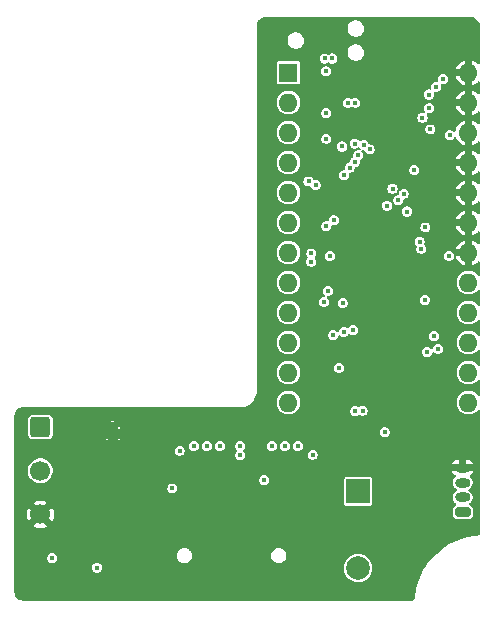
<source format=gbr>
%TF.GenerationSoftware,KiCad,Pcbnew,9.0.2*%
%TF.CreationDate,2025-08-18T09:53:05+06:00*%
%TF.ProjectId,hp3478a-ch32-ext,68703334-3738-4612-9d63-6833322d6578,rev?*%
%TF.SameCoordinates,Original*%
%TF.FileFunction,Copper,L3,Inr*%
%TF.FilePolarity,Positive*%
%FSLAX46Y46*%
G04 Gerber Fmt 4.6, Leading zero omitted, Abs format (unit mm)*
G04 Created by KiCad (PCBNEW 9.0.2) date 2025-08-18 09:53:05*
%MOMM*%
%LPD*%
G01*
G04 APERTURE LIST*
G04 Aperture macros list*
%AMRoundRect*
0 Rectangle with rounded corners*
0 $1 Rounding radius*
0 $2 $3 $4 $5 $6 $7 $8 $9 X,Y pos of 4 corners*
0 Add a 4 corners polygon primitive as box body*
4,1,4,$2,$3,$4,$5,$6,$7,$8,$9,$2,$3,0*
0 Add four circle primitives for the rounded corners*
1,1,$1+$1,$2,$3*
1,1,$1+$1,$4,$5*
1,1,$1+$1,$6,$7*
1,1,$1+$1,$8,$9*
0 Add four rect primitives between the rounded corners*
20,1,$1+$1,$2,$3,$4,$5,0*
20,1,$1+$1,$4,$5,$6,$7,0*
20,1,$1+$1,$6,$7,$8,$9,0*
20,1,$1+$1,$8,$9,$2,$3,0*%
G04 Aperture macros list end*
%TA.AperFunction,ComponentPad*%
%ADD10RoundRect,0.250000X-0.600000X0.600000X-0.600000X-0.600000X0.600000X-0.600000X0.600000X0.600000X0*%
%TD*%
%TA.AperFunction,ComponentPad*%
%ADD11C,1.700000*%
%TD*%
%TA.AperFunction,HeatsinkPad*%
%ADD12C,0.600000*%
%TD*%
%TA.AperFunction,ComponentPad*%
%ADD13RoundRect,0.200000X0.450000X-0.200000X0.450000X0.200000X-0.450000X0.200000X-0.450000X-0.200000X0*%
%TD*%
%TA.AperFunction,ComponentPad*%
%ADD14O,1.300000X0.800000*%
%TD*%
%TA.AperFunction,ComponentPad*%
%ADD15R,1.600000X1.600000*%
%TD*%
%TA.AperFunction,ComponentPad*%
%ADD16O,1.600000X1.600000*%
%TD*%
%TA.AperFunction,ComponentPad*%
%ADD17R,2.000000X2.000000*%
%TD*%
%TA.AperFunction,ComponentPad*%
%ADD18C,2.000000*%
%TD*%
%TA.AperFunction,ViaPad*%
%ADD19C,0.450000*%
%TD*%
G04 APERTURE END LIST*
D10*
%TO.N,VCC*%
%TO.C,J2*%
X30000000Y-73000000D03*
D11*
%TO.N,VDD*%
X30000000Y-76700000D03*
%TO.N,GND*%
X30000000Y-80400000D03*
%TD*%
D12*
%TO.N,GND*%
%TO.C,U2*%
X36112500Y-74050000D03*
X36112500Y-73050000D03*
%TD*%
D13*
%TO.N,/VBUS*%
%TO.C,J4*%
X65755000Y-80200000D03*
D14*
%TO.N,/USB_IN_D_N*%
X65755000Y-78950000D03*
%TO.N,/USB_IN_D_P*%
X65755000Y-77700000D03*
%TO.N,GND*%
X65755000Y-76450000D03*
%TD*%
D15*
%TO.N,unconnected-(J1-SHIELD-Pad1)*%
%TO.C,J1*%
X51000000Y-43000000D03*
D16*
%TO.N,Net-(J1-ATN)*%
X51000000Y-45540000D03*
%TO.N,Net-(J1-SRQ)*%
X51000000Y-48080000D03*
%TO.N,Net-(J1-IFC)*%
X51000000Y-50620000D03*
%TO.N,Net-(J1-NDAC)*%
X51000000Y-53160000D03*
%TO.N,Net-(J1-NRFD)*%
X51000000Y-55700000D03*
%TO.N,Net-(J1-DAV)*%
X51000000Y-58240000D03*
%TO.N,Net-(J1-EOI)*%
X51000000Y-60780000D03*
%TO.N,Net-(J1-DIO4)*%
X51000000Y-63320000D03*
%TO.N,Net-(J1-DIO3)*%
X51000000Y-65860000D03*
%TO.N,Net-(J1-DIO2)*%
X51000000Y-68400000D03*
%TO.N,Net-(J1-DIO1)*%
X51000000Y-70940000D03*
%TO.N,Net-(J1-DIO5)*%
X66240000Y-70940000D03*
%TO.N,Net-(J1-DIO6)*%
X66240000Y-68400000D03*
%TO.N,Net-(J1-DIO7)*%
X66240000Y-65860000D03*
%TO.N,Net-(J1-DIO8)*%
X66240000Y-63320000D03*
%TO.N,Net-(J1-REN)*%
X66240000Y-60780000D03*
%TO.N,GND*%
X66240000Y-58240000D03*
X66240000Y-55700000D03*
X66240000Y-53160000D03*
X66240000Y-50620000D03*
X66240000Y-48080000D03*
X66240000Y-45540000D03*
X66240000Y-43000000D03*
%TD*%
D17*
%TO.N,VDD*%
%TO.C,BZ1*%
X56900000Y-78450000D03*
D18*
%TO.N,Net-(BZ1--)*%
X56900000Y-84950000D03*
%TD*%
D19*
%TO.N,GND*%
X61145000Y-49750000D03*
X52925000Y-59700000D03*
X55000000Y-66500000D03*
X63600000Y-67300000D03*
X60600000Y-52200000D03*
X62600000Y-56850000D03*
X56160000Y-49495000D03*
X59300000Y-53500000D03*
X39200000Y-80180000D03*
X49360000Y-54780000D03*
X53978145Y-73878145D03*
X34120000Y-80180000D03*
X49360000Y-85260000D03*
X59520000Y-42080000D03*
X41740000Y-80180000D03*
X59520000Y-80180000D03*
X58200000Y-61600000D03*
X49360000Y-42080000D03*
X57800000Y-65400000D03*
X54440000Y-80180000D03*
X37050000Y-75250000D03*
X62060000Y-82720000D03*
X56100000Y-40300000D03*
X59520000Y-85260000D03*
X29040000Y-85260000D03*
X58800000Y-57700000D03*
X63100000Y-74300000D03*
X44280000Y-77640000D03*
X38750000Y-72150000D03*
X59520000Y-82720000D03*
X54863734Y-57013734D03*
X59520000Y-77640000D03*
X56980000Y-82720000D03*
X58350000Y-43000000D03*
X37000000Y-72400000D03*
X49360000Y-49700000D03*
X34575000Y-75875000D03*
X54440000Y-85260000D03*
X65300000Y-59700000D03*
X62060000Y-80180000D03*
X49360000Y-47160000D03*
X44700000Y-81600000D03*
X48484968Y-74584968D03*
X49360000Y-39540000D03*
X29040000Y-82720000D03*
X39200000Y-77640000D03*
X64600000Y-80180000D03*
X49360000Y-44620000D03*
X55430000Y-41630000D03*
X35700000Y-81400000D03*
X58900000Y-63400000D03*
X51900000Y-85260000D03*
X49360000Y-52240000D03*
X64600000Y-39540000D03*
X59000000Y-64900000D03*
X51900000Y-80180000D03*
X52984968Y-84900000D03*
X59200000Y-44200000D03*
X38378145Y-83478145D03*
X62060000Y-39540000D03*
X32000000Y-75900000D03*
X55550000Y-54250000D03*
X59520000Y-49700000D03*
X35850000Y-86900000D03*
X56980000Y-80180000D03*
X64600000Y-42080000D03*
X41175000Y-81975000D03*
X57700000Y-46600000D03*
X59520000Y-39540000D03*
X60050000Y-43000000D03*
X53200000Y-47600000D03*
X30100000Y-85900000D03*
X62060000Y-77640000D03*
X57545001Y-59902389D03*
X62060000Y-42080000D03*
X36660000Y-80180000D03*
X29040000Y-75100000D03*
X42325000Y-72225000D03*
%TO.N,/EOI*%
X56600000Y-50600000D03*
X55705118Y-64950000D03*
%TO.N,/DIO7*%
X63334000Y-65300000D03*
X62900000Y-44850000D03*
%TO.N,/DIO5*%
X63671734Y-66371734D03*
X64100000Y-43550000D03*
%TO.N,/DIO6*%
X62750000Y-66650000D03*
X63500000Y-44200000D03*
%TO.N,/DIO8*%
X62550000Y-62250000D03*
X63023000Y-47800000D03*
%TO.N,/DAV*%
X54000000Y-62400000D03*
X56915000Y-50000000D03*
%TO.N,/DIO3*%
X55700000Y-51700000D03*
X55275000Y-67975000D03*
%TO.N,/BUZZ*%
X54508356Y-58508356D03*
X52934000Y-59000000D03*
X48950000Y-77500000D03*
X53050000Y-75350000D03*
%TO.N,/DIO4*%
X54802062Y-65197938D03*
X56175734Y-51055000D03*
%TO.N,/NDAC*%
X55600000Y-62500000D03*
X57870000Y-49500000D03*
X54200000Y-46400000D03*
%TO.N,/NRFD*%
X57370000Y-49100000D03*
X56500000Y-64800000D03*
X54342158Y-61474626D03*
%TO.N,/USBFS_DP*%
X57277280Y-71622720D03*
X53300000Y-52500000D03*
%TO.N,/USBFS_DN*%
X56655546Y-71644454D03*
X52700000Y-52200000D03*
%TO.N,/SPI1_SCK*%
X60300000Y-53800000D03*
%TO.N,/I2C_SCL*%
X62255000Y-57900000D03*
X34800000Y-84900000D03*
%TO.N,VDD*%
X56050000Y-45550000D03*
X64600000Y-58500000D03*
X46920000Y-74600000D03*
X46920000Y-75400000D03*
X56650000Y-45550000D03*
X54200000Y-56000000D03*
X64650000Y-48300000D03*
X62350000Y-46800000D03*
X54200000Y-48599999D03*
%TO.N,/nRST*%
X41175000Y-78200000D03*
X41800000Y-75000000D03*
X54850000Y-55500000D03*
X52934000Y-58300000D03*
X54063621Y-41800000D03*
%TO.N,/VBUS*%
X62600000Y-56100000D03*
X59150000Y-73450000D03*
%TO.N,/SPI1_MISO*%
X49600000Y-74600000D03*
X60756000Y-53249000D03*
%TO.N,/SWDIO*%
X56600000Y-49000000D03*
X54186379Y-42886379D03*
%TO.N,/SWCLK*%
X54700000Y-41800000D03*
X55543933Y-49250000D03*
%TO.N,/BOOT1*%
X62910000Y-46010000D03*
X61650000Y-51250000D03*
%TO.N,/SPI1_NSS*%
X59350000Y-54250000D03*
X44100000Y-74600000D03*
%TO.N,/SPI1_MOSI*%
X59811000Y-52811000D03*
X45200000Y-74600000D03*
%TO.N,/I2C_SDA*%
X62100000Y-57300000D03*
X31000000Y-84100000D03*
%TO.N,/CARD_DET*%
X51800000Y-74600000D03*
X61050000Y-54755000D03*
%TO.N,Net-(J5-DAT2)*%
X43000000Y-74600000D03*
%TO.N,Net-(J5-DAT1)*%
X50700000Y-74600000D03*
%TD*%
%TA.AperFunction,Conductor*%
%TO.N,GND*%
G36*
X66504842Y-38300976D02*
G01*
X66626764Y-38312985D01*
X66645794Y-38316770D01*
X66651133Y-38318390D01*
X66758354Y-38350915D01*
X66776285Y-38358342D01*
X66880022Y-38413791D01*
X66896158Y-38424573D01*
X66987083Y-38499193D01*
X67000806Y-38512916D01*
X67075426Y-38603841D01*
X67086208Y-38619977D01*
X67141657Y-38723714D01*
X67149084Y-38741645D01*
X67183228Y-38854203D01*
X67187014Y-38873237D01*
X67199023Y-38995157D01*
X67199500Y-39004861D01*
X67199500Y-42164858D01*
X67180593Y-42223049D01*
X67131093Y-42259013D01*
X67069907Y-42259013D01*
X67030496Y-42234862D01*
X66956596Y-42160962D01*
X66816528Y-42059197D01*
X66816524Y-42059195D01*
X66662256Y-41980592D01*
X66662244Y-41980587D01*
X66540000Y-41940867D01*
X66540000Y-42734314D01*
X66485606Y-42679920D01*
X66394394Y-42627259D01*
X66292661Y-42600000D01*
X66187339Y-42600000D01*
X66085606Y-42627259D01*
X65994394Y-42679920D01*
X65919920Y-42754394D01*
X65867259Y-42845606D01*
X65840000Y-42947339D01*
X65840000Y-43052661D01*
X65867259Y-43154394D01*
X65919920Y-43245606D01*
X65994394Y-43320080D01*
X66085606Y-43372741D01*
X66187339Y-43400000D01*
X66292661Y-43400000D01*
X66394394Y-43372741D01*
X66485606Y-43320080D01*
X66540000Y-43265686D01*
X66540000Y-44059131D01*
X66662246Y-44019412D01*
X66816524Y-43940804D01*
X66816528Y-43940802D01*
X66956596Y-43839037D01*
X67030496Y-43765138D01*
X67085013Y-43737361D01*
X67145445Y-43746932D01*
X67188710Y-43790197D01*
X67199500Y-43835142D01*
X67199500Y-44704858D01*
X67180593Y-44763049D01*
X67131093Y-44799013D01*
X67069907Y-44799013D01*
X67030496Y-44774862D01*
X66956596Y-44700962D01*
X66816528Y-44599197D01*
X66816524Y-44599195D01*
X66662256Y-44520592D01*
X66662244Y-44520587D01*
X66540000Y-44480867D01*
X66540000Y-45274314D01*
X66485606Y-45219920D01*
X66394394Y-45167259D01*
X66292661Y-45140000D01*
X66187339Y-45140000D01*
X66085606Y-45167259D01*
X65994394Y-45219920D01*
X65919920Y-45294394D01*
X65867259Y-45385606D01*
X65840000Y-45487339D01*
X65840000Y-45592661D01*
X65867259Y-45694394D01*
X65919920Y-45785606D01*
X65994394Y-45860080D01*
X66085606Y-45912741D01*
X66187339Y-45940000D01*
X66292661Y-45940000D01*
X66394394Y-45912741D01*
X66485606Y-45860080D01*
X66540000Y-45805686D01*
X66540000Y-46599131D01*
X66662246Y-46559412D01*
X66816524Y-46480804D01*
X66816528Y-46480802D01*
X66956596Y-46379037D01*
X67030496Y-46305138D01*
X67085013Y-46277361D01*
X67145445Y-46286932D01*
X67188710Y-46330197D01*
X67199500Y-46375142D01*
X67199500Y-47244858D01*
X67180593Y-47303049D01*
X67131093Y-47339013D01*
X67069907Y-47339013D01*
X67030496Y-47314862D01*
X66956596Y-47240962D01*
X66816528Y-47139197D01*
X66816524Y-47139195D01*
X66662256Y-47060592D01*
X66662244Y-47060587D01*
X66540000Y-47020867D01*
X66540000Y-47814314D01*
X66485606Y-47759920D01*
X66394394Y-47707259D01*
X66292661Y-47680000D01*
X66187339Y-47680000D01*
X66085606Y-47707259D01*
X65994394Y-47759920D01*
X65940000Y-47814314D01*
X65940000Y-47020867D01*
X65939999Y-47020867D01*
X65817755Y-47060587D01*
X65817743Y-47060592D01*
X65663475Y-47139195D01*
X65663471Y-47139197D01*
X65523403Y-47240962D01*
X65400962Y-47363403D01*
X65299197Y-47503471D01*
X65299195Y-47503475D01*
X65220588Y-47657751D01*
X65167085Y-47822419D01*
X65143756Y-47969708D01*
X65115978Y-48024224D01*
X65061461Y-48052001D01*
X65001029Y-48042429D01*
X64975974Y-48024226D01*
X64911263Y-47959515D01*
X64911260Y-47959513D01*
X64814240Y-47903498D01*
X64814242Y-47903498D01*
X64772251Y-47892247D01*
X64706018Y-47874500D01*
X64593982Y-47874500D01*
X64527748Y-47892247D01*
X64485758Y-47903498D01*
X64388739Y-47959513D01*
X64309513Y-48038739D01*
X64253498Y-48135758D01*
X64252231Y-48140486D01*
X64224500Y-48243982D01*
X64224500Y-48356018D01*
X64250072Y-48451455D01*
X64253498Y-48464241D01*
X64305271Y-48553912D01*
X64309515Y-48561263D01*
X64388737Y-48640485D01*
X64388739Y-48640486D01*
X64485759Y-48696501D01*
X64485757Y-48696501D01*
X64485761Y-48696502D01*
X64485763Y-48696503D01*
X64593982Y-48725500D01*
X64593984Y-48725500D01*
X64706016Y-48725500D01*
X64706018Y-48725500D01*
X64814237Y-48696503D01*
X64814239Y-48696501D01*
X64814241Y-48696501D01*
X64852347Y-48674500D01*
X64911263Y-48640485D01*
X64990485Y-48561263D01*
X65038817Y-48477548D01*
X65084285Y-48436610D01*
X65145135Y-48430214D01*
X65198123Y-48460807D01*
X65218706Y-48496456D01*
X65220587Y-48502245D01*
X65299195Y-48656524D01*
X65299197Y-48656528D01*
X65400962Y-48796596D01*
X65523403Y-48919037D01*
X65663471Y-49020802D01*
X65663475Y-49020804D01*
X65817753Y-49099412D01*
X65939999Y-49139131D01*
X65940000Y-49139131D01*
X65940000Y-48345686D01*
X65994394Y-48400080D01*
X66085606Y-48452741D01*
X66187339Y-48480000D01*
X66292661Y-48480000D01*
X66394394Y-48452741D01*
X66485606Y-48400080D01*
X66540000Y-48345686D01*
X66540000Y-49139131D01*
X66662246Y-49099412D01*
X66816524Y-49020804D01*
X66816528Y-49020802D01*
X66956596Y-48919037D01*
X67030496Y-48845138D01*
X67085013Y-48817361D01*
X67145445Y-48826932D01*
X67188710Y-48870197D01*
X67199500Y-48915142D01*
X67199500Y-49784858D01*
X67180593Y-49843049D01*
X67131093Y-49879013D01*
X67069907Y-49879013D01*
X67030496Y-49854862D01*
X66956596Y-49780962D01*
X66816528Y-49679197D01*
X66816524Y-49679195D01*
X66662256Y-49600592D01*
X66662244Y-49600587D01*
X66540000Y-49560867D01*
X66540000Y-50354314D01*
X66485606Y-50299920D01*
X66394394Y-50247259D01*
X66292661Y-50220000D01*
X66187339Y-50220000D01*
X66085606Y-50247259D01*
X65994394Y-50299920D01*
X65919920Y-50374394D01*
X65867259Y-50465606D01*
X65840000Y-50567339D01*
X65840000Y-50672661D01*
X65867259Y-50774394D01*
X65919920Y-50865606D01*
X65994394Y-50940080D01*
X66085606Y-50992741D01*
X66187339Y-51020000D01*
X66292661Y-51020000D01*
X66394394Y-50992741D01*
X66485606Y-50940080D01*
X66540000Y-50885686D01*
X66540000Y-51679131D01*
X66662246Y-51639412D01*
X66816524Y-51560804D01*
X66816528Y-51560802D01*
X66956596Y-51459037D01*
X67030496Y-51385138D01*
X67085013Y-51357361D01*
X67145445Y-51366932D01*
X67188710Y-51410197D01*
X67199500Y-51455142D01*
X67199500Y-52324858D01*
X67180593Y-52383049D01*
X67131093Y-52419013D01*
X67069907Y-52419013D01*
X67030496Y-52394862D01*
X66956596Y-52320962D01*
X66816528Y-52219197D01*
X66816524Y-52219195D01*
X66662256Y-52140592D01*
X66662244Y-52140587D01*
X66540000Y-52100867D01*
X66540000Y-52894314D01*
X66485606Y-52839920D01*
X66394394Y-52787259D01*
X66292661Y-52760000D01*
X66187339Y-52760000D01*
X66085606Y-52787259D01*
X65994394Y-52839920D01*
X65919920Y-52914394D01*
X65867259Y-53005606D01*
X65840000Y-53107339D01*
X65840000Y-53212661D01*
X65867259Y-53314394D01*
X65919920Y-53405606D01*
X65994394Y-53480080D01*
X66085606Y-53532741D01*
X66187339Y-53560000D01*
X66292661Y-53560000D01*
X66394394Y-53532741D01*
X66485606Y-53480080D01*
X66540000Y-53425686D01*
X66540000Y-54219131D01*
X66662246Y-54179412D01*
X66816524Y-54100804D01*
X66816528Y-54100802D01*
X66956596Y-53999037D01*
X67030496Y-53925138D01*
X67085013Y-53897361D01*
X67145445Y-53906932D01*
X67188710Y-53950197D01*
X67199500Y-53995142D01*
X67199500Y-54864858D01*
X67180593Y-54923049D01*
X67131093Y-54959013D01*
X67069907Y-54959013D01*
X67030496Y-54934862D01*
X66956596Y-54860962D01*
X66816528Y-54759197D01*
X66816524Y-54759195D01*
X66662256Y-54680592D01*
X66662244Y-54680587D01*
X66540000Y-54640867D01*
X66540000Y-55434314D01*
X66485606Y-55379920D01*
X66394394Y-55327259D01*
X66292661Y-55300000D01*
X66187339Y-55300000D01*
X66085606Y-55327259D01*
X65994394Y-55379920D01*
X65919920Y-55454394D01*
X65867259Y-55545606D01*
X65840000Y-55647339D01*
X65840000Y-55752661D01*
X65867259Y-55854394D01*
X65919920Y-55945606D01*
X65994394Y-56020080D01*
X66085606Y-56072741D01*
X66187339Y-56100000D01*
X66292661Y-56100000D01*
X66394394Y-56072741D01*
X66485606Y-56020080D01*
X66540000Y-55965686D01*
X66540000Y-56759131D01*
X66662246Y-56719412D01*
X66816524Y-56640804D01*
X66816528Y-56640802D01*
X66956596Y-56539037D01*
X67030496Y-56465138D01*
X67085013Y-56437361D01*
X67145445Y-56446932D01*
X67188710Y-56490197D01*
X67199500Y-56535142D01*
X67199500Y-57404858D01*
X67180593Y-57463049D01*
X67131093Y-57499013D01*
X67069907Y-57499013D01*
X67030496Y-57474862D01*
X66956596Y-57400962D01*
X66816528Y-57299197D01*
X66816524Y-57299195D01*
X66662256Y-57220592D01*
X66662244Y-57220587D01*
X66540000Y-57180867D01*
X66540000Y-57974314D01*
X66485606Y-57919920D01*
X66394394Y-57867259D01*
X66292661Y-57840000D01*
X66187339Y-57840000D01*
X66085606Y-57867259D01*
X65994394Y-57919920D01*
X65919920Y-57994394D01*
X65867259Y-58085606D01*
X65840000Y-58187339D01*
X65840000Y-58292661D01*
X65867259Y-58394394D01*
X65919920Y-58485606D01*
X65994394Y-58560080D01*
X66085606Y-58612741D01*
X66187339Y-58640000D01*
X66292661Y-58640000D01*
X66394394Y-58612741D01*
X66485606Y-58560080D01*
X66540000Y-58505686D01*
X66540000Y-59299131D01*
X66662246Y-59259412D01*
X66816524Y-59180804D01*
X66816528Y-59180802D01*
X66956596Y-59079037D01*
X67030496Y-59005138D01*
X67085013Y-58977361D01*
X67145445Y-58986932D01*
X67188710Y-59030197D01*
X67199500Y-59075142D01*
X67199500Y-60088782D01*
X67180593Y-60146973D01*
X67131093Y-60182937D01*
X67069907Y-60182937D01*
X67020407Y-60146973D01*
X67018186Y-60143785D01*
X67017141Y-60142221D01*
X67017139Y-60142218D01*
X66877782Y-60002861D01*
X66713914Y-59893368D01*
X66713915Y-59893368D01*
X66713913Y-59893367D01*
X66531835Y-59817949D01*
X66338543Y-59779500D01*
X66338541Y-59779500D01*
X66141459Y-59779500D01*
X66141456Y-59779500D01*
X65948165Y-59817949D01*
X65948163Y-59817949D01*
X65766086Y-59893367D01*
X65602218Y-60002861D01*
X65602214Y-60002864D01*
X65462864Y-60142214D01*
X65462861Y-60142218D01*
X65353367Y-60306086D01*
X65277949Y-60488163D01*
X65277949Y-60488165D01*
X65239500Y-60681456D01*
X65239500Y-60878543D01*
X65277949Y-61071834D01*
X65277949Y-61071836D01*
X65353367Y-61253913D01*
X65353368Y-61253914D01*
X65462861Y-61417782D01*
X65602218Y-61557139D01*
X65766086Y-61666632D01*
X65948165Y-61742051D01*
X66141459Y-61780500D01*
X66141460Y-61780500D01*
X66338540Y-61780500D01*
X66338541Y-61780500D01*
X66531835Y-61742051D01*
X66713914Y-61666632D01*
X66877782Y-61557139D01*
X67017139Y-61417782D01*
X67018184Y-61416217D01*
X67018857Y-61415686D01*
X67020216Y-61414031D01*
X67020579Y-61414329D01*
X67066229Y-61378338D01*
X67127367Y-61375932D01*
X67178243Y-61409922D01*
X67199423Y-61467324D01*
X67199500Y-61471217D01*
X67199500Y-62628782D01*
X67180593Y-62686973D01*
X67131093Y-62722937D01*
X67069907Y-62722937D01*
X67020407Y-62686973D01*
X67018186Y-62683785D01*
X67017141Y-62682221D01*
X67017139Y-62682218D01*
X66877782Y-62542861D01*
X66747809Y-62456016D01*
X66713913Y-62433367D01*
X66531835Y-62357949D01*
X66338543Y-62319500D01*
X66338541Y-62319500D01*
X66141459Y-62319500D01*
X66141456Y-62319500D01*
X65948165Y-62357949D01*
X65948163Y-62357949D01*
X65766086Y-62433367D01*
X65602218Y-62542861D01*
X65602214Y-62542864D01*
X65462864Y-62682214D01*
X65462861Y-62682218D01*
X65353367Y-62846086D01*
X65277949Y-63028163D01*
X65277949Y-63028165D01*
X65239500Y-63221456D01*
X65239500Y-63418543D01*
X65277949Y-63611834D01*
X65277949Y-63611836D01*
X65353367Y-63793913D01*
X65353368Y-63793914D01*
X65462861Y-63957782D01*
X65602218Y-64097139D01*
X65766086Y-64206632D01*
X65948165Y-64282051D01*
X66141459Y-64320500D01*
X66141460Y-64320500D01*
X66338540Y-64320500D01*
X66338541Y-64320500D01*
X66531835Y-64282051D01*
X66713914Y-64206632D01*
X66877782Y-64097139D01*
X67017139Y-63957782D01*
X67018184Y-63956217D01*
X67018857Y-63955686D01*
X67020216Y-63954031D01*
X67020579Y-63954329D01*
X67066229Y-63918338D01*
X67127367Y-63915932D01*
X67178243Y-63949922D01*
X67199423Y-64007324D01*
X67199500Y-64011217D01*
X67199500Y-65168782D01*
X67180593Y-65226973D01*
X67131093Y-65262937D01*
X67069907Y-65262937D01*
X67020407Y-65226973D01*
X67018186Y-65223785D01*
X67017141Y-65222221D01*
X67017139Y-65222218D01*
X66877782Y-65082861D01*
X66713914Y-64973368D01*
X66713915Y-64973368D01*
X66713913Y-64973367D01*
X66531835Y-64897949D01*
X66338543Y-64859500D01*
X66338541Y-64859500D01*
X66141459Y-64859500D01*
X66141456Y-64859500D01*
X65948165Y-64897949D01*
X65948163Y-64897949D01*
X65766086Y-64973367D01*
X65602218Y-65082861D01*
X65602214Y-65082864D01*
X65462864Y-65222214D01*
X65462861Y-65222218D01*
X65353367Y-65386086D01*
X65277949Y-65568163D01*
X65277949Y-65568165D01*
X65239500Y-65761456D01*
X65239500Y-65761459D01*
X65239500Y-65958541D01*
X65269721Y-66110473D01*
X65277949Y-66151834D01*
X65277949Y-66151836D01*
X65353367Y-66333913D01*
X65353368Y-66333914D01*
X65462861Y-66497782D01*
X65602218Y-66637139D01*
X65766086Y-66746632D01*
X65948165Y-66822051D01*
X66141459Y-66860500D01*
X66141460Y-66860500D01*
X66338540Y-66860500D01*
X66338541Y-66860500D01*
X66531835Y-66822051D01*
X66713914Y-66746632D01*
X66877782Y-66637139D01*
X67017139Y-66497782D01*
X67018184Y-66496217D01*
X67018857Y-66495686D01*
X67020216Y-66494031D01*
X67020579Y-66494329D01*
X67066229Y-66458338D01*
X67127367Y-66455932D01*
X67178243Y-66489922D01*
X67199423Y-66547324D01*
X67199500Y-66551217D01*
X67199500Y-67708782D01*
X67180593Y-67766973D01*
X67131093Y-67802937D01*
X67069907Y-67802937D01*
X67020407Y-67766973D01*
X67018186Y-67763785D01*
X67017141Y-67762221D01*
X67017139Y-67762218D01*
X66877782Y-67622861D01*
X66713914Y-67513368D01*
X66713915Y-67513368D01*
X66713913Y-67513367D01*
X66531835Y-67437949D01*
X66338543Y-67399500D01*
X66338541Y-67399500D01*
X66141459Y-67399500D01*
X66141456Y-67399500D01*
X65948165Y-67437949D01*
X65948163Y-67437949D01*
X65766086Y-67513367D01*
X65602218Y-67622861D01*
X65602214Y-67622864D01*
X65462864Y-67762214D01*
X65462861Y-67762218D01*
X65353367Y-67926086D01*
X65277949Y-68108163D01*
X65277949Y-68108165D01*
X65239500Y-68301456D01*
X65239500Y-68498543D01*
X65277949Y-68691834D01*
X65277949Y-68691836D01*
X65353367Y-68873913D01*
X65353368Y-68873914D01*
X65462861Y-69037782D01*
X65602218Y-69177139D01*
X65766086Y-69286632D01*
X65948165Y-69362051D01*
X66141459Y-69400500D01*
X66141460Y-69400500D01*
X66338540Y-69400500D01*
X66338541Y-69400500D01*
X66531835Y-69362051D01*
X66713914Y-69286632D01*
X66877782Y-69177139D01*
X67017139Y-69037782D01*
X67018184Y-69036217D01*
X67018857Y-69035686D01*
X67020216Y-69034031D01*
X67020579Y-69034329D01*
X67066229Y-68998338D01*
X67127367Y-68995932D01*
X67178243Y-69029922D01*
X67199423Y-69087324D01*
X67199500Y-69091217D01*
X67199500Y-70248782D01*
X67180593Y-70306973D01*
X67131093Y-70342937D01*
X67069907Y-70342937D01*
X67020407Y-70306973D01*
X67018186Y-70303785D01*
X67017141Y-70302221D01*
X67017139Y-70302218D01*
X66877782Y-70162861D01*
X66713914Y-70053368D01*
X66713915Y-70053368D01*
X66713913Y-70053367D01*
X66531835Y-69977949D01*
X66338543Y-69939500D01*
X66338541Y-69939500D01*
X66141459Y-69939500D01*
X66141456Y-69939500D01*
X65948165Y-69977949D01*
X65948163Y-69977949D01*
X65766086Y-70053367D01*
X65602218Y-70162861D01*
X65602214Y-70162864D01*
X65462864Y-70302214D01*
X65462861Y-70302218D01*
X65353367Y-70466086D01*
X65277949Y-70648163D01*
X65277949Y-70648165D01*
X65239500Y-70841456D01*
X65239500Y-70841459D01*
X65239500Y-71038541D01*
X65276831Y-71226217D01*
X65277949Y-71231834D01*
X65277949Y-71231836D01*
X65353367Y-71413913D01*
X65360490Y-71424573D01*
X65462861Y-71577782D01*
X65602218Y-71717139D01*
X65766086Y-71826632D01*
X65948165Y-71902051D01*
X66141459Y-71940500D01*
X66141460Y-71940500D01*
X66338540Y-71940500D01*
X66338541Y-71940500D01*
X66531835Y-71902051D01*
X66713914Y-71826632D01*
X66877782Y-71717139D01*
X67017139Y-71577782D01*
X67018184Y-71576217D01*
X67018857Y-71575686D01*
X67020216Y-71574031D01*
X67020579Y-71574329D01*
X67066229Y-71538338D01*
X67127367Y-71535932D01*
X67178243Y-71569922D01*
X67199423Y-71627324D01*
X67199500Y-71631217D01*
X67199500Y-81992209D01*
X67198281Y-82007697D01*
X67192188Y-82046163D01*
X67182617Y-82075619D01*
X67168519Y-82103289D01*
X67150311Y-82128350D01*
X67128348Y-82150312D01*
X67103292Y-82168516D01*
X67075622Y-82182615D01*
X67046164Y-82192187D01*
X67021617Y-82196075D01*
X67015097Y-82196887D01*
X66997435Y-82198493D01*
X66990841Y-82199093D01*
X66981877Y-82199500D01*
X66952408Y-82199500D01*
X66949808Y-82200344D01*
X66928169Y-82204782D01*
X66748848Y-82221049D01*
X66550097Y-82254727D01*
X66305430Y-82296186D01*
X66087524Y-82350677D01*
X65869129Y-82405292D01*
X65869121Y-82405294D01*
X65442549Y-82547717D01*
X65028205Y-82722621D01*
X64628597Y-82928950D01*
X64246088Y-83165483D01*
X64003999Y-83342369D01*
X63962254Y-83372872D01*
X63882955Y-83430813D01*
X63541371Y-83723348D01*
X63223352Y-84041367D01*
X63200636Y-84067892D01*
X62930815Y-84382951D01*
X62930810Y-84382958D01*
X62665486Y-84746084D01*
X62428953Y-85128592D01*
X62222623Y-85528200D01*
X62047720Y-85942541D01*
X61905294Y-86369124D01*
X61905289Y-86369142D01*
X61796190Y-86805411D01*
X61796188Y-86805417D01*
X61796187Y-86805425D01*
X61764040Y-86995138D01*
X61721050Y-87248841D01*
X61704783Y-87428159D01*
X61704782Y-87428166D01*
X61703777Y-87439233D01*
X61699499Y-87452403D01*
X61699499Y-87486350D01*
X61699093Y-87490822D01*
X61699092Y-87490835D01*
X61696885Y-87515108D01*
X61696073Y-87521628D01*
X61692188Y-87546160D01*
X61682617Y-87575619D01*
X61668520Y-87603287D01*
X61650314Y-87628347D01*
X61628349Y-87650312D01*
X61603290Y-87668518D01*
X61575619Y-87682617D01*
X61546163Y-87692188D01*
X61521282Y-87696129D01*
X61507694Y-87698281D01*
X61492210Y-87699500D01*
X28504861Y-87699500D01*
X28495157Y-87699023D01*
X28373237Y-87687014D01*
X28354203Y-87683228D01*
X28241645Y-87649084D01*
X28223714Y-87641657D01*
X28119977Y-87586208D01*
X28103841Y-87575426D01*
X28012916Y-87500806D01*
X27999193Y-87487083D01*
X27924573Y-87396158D01*
X27913791Y-87380022D01*
X27858342Y-87276285D01*
X27850915Y-87258354D01*
X27816771Y-87145796D01*
X27812985Y-87126762D01*
X27800977Y-87004842D01*
X27800500Y-86995138D01*
X27800500Y-84843982D01*
X34374500Y-84843982D01*
X34374500Y-84956018D01*
X34398203Y-85044481D01*
X34403498Y-85064241D01*
X34459513Y-85161260D01*
X34459515Y-85161263D01*
X34538737Y-85240485D01*
X34538739Y-85240486D01*
X34635759Y-85296501D01*
X34635757Y-85296501D01*
X34635761Y-85296502D01*
X34635763Y-85296503D01*
X34743982Y-85325500D01*
X34743984Y-85325500D01*
X34856016Y-85325500D01*
X34856018Y-85325500D01*
X34964237Y-85296503D01*
X34964239Y-85296501D01*
X34964241Y-85296501D01*
X34993064Y-85279859D01*
X35061263Y-85240485D01*
X35140485Y-85161263D01*
X35196503Y-85064237D01*
X35225500Y-84956018D01*
X35225500Y-84855515D01*
X55699500Y-84855515D01*
X55699500Y-85044484D01*
X55729058Y-85231113D01*
X55787453Y-85410832D01*
X55847254Y-85528200D01*
X55873240Y-85579199D01*
X55984310Y-85732073D01*
X56117927Y-85865690D01*
X56270801Y-85976760D01*
X56439168Y-86062547D01*
X56618882Y-86120940D01*
X56618883Y-86120940D01*
X56618886Y-86120941D01*
X56805516Y-86150500D01*
X56805519Y-86150500D01*
X56994484Y-86150500D01*
X57181113Y-86120941D01*
X57181114Y-86120940D01*
X57181118Y-86120940D01*
X57360832Y-86062547D01*
X57529199Y-85976760D01*
X57682073Y-85865690D01*
X57815690Y-85732073D01*
X57926760Y-85579199D01*
X58012547Y-85410832D01*
X58070940Y-85231118D01*
X58082004Y-85161263D01*
X58100500Y-85044484D01*
X58100500Y-84855515D01*
X58070941Y-84668886D01*
X58035404Y-84559515D01*
X58012547Y-84489168D01*
X57926760Y-84320801D01*
X57815690Y-84167927D01*
X57682073Y-84034310D01*
X57529199Y-83923240D01*
X57529198Y-83923239D01*
X57529196Y-83923238D01*
X57360832Y-83837453D01*
X57181113Y-83779058D01*
X56994484Y-83749500D01*
X56994481Y-83749500D01*
X56805519Y-83749500D01*
X56805516Y-83749500D01*
X56618886Y-83779058D01*
X56439167Y-83837453D01*
X56270803Y-83923238D01*
X56117928Y-84034309D01*
X55984309Y-84167928D01*
X55873238Y-84320803D01*
X55787453Y-84489167D01*
X55729058Y-84668886D01*
X55699500Y-84855515D01*
X35225500Y-84855515D01*
X35225500Y-84843982D01*
X35196503Y-84735763D01*
X35196501Y-84735760D01*
X35196501Y-84735758D01*
X35140486Y-84638739D01*
X35140485Y-84638737D01*
X35061263Y-84559515D01*
X35061260Y-84559513D01*
X34964240Y-84503498D01*
X34964242Y-84503498D01*
X34910756Y-84489167D01*
X34856018Y-84474500D01*
X34743982Y-84474500D01*
X34689244Y-84489167D01*
X34635758Y-84503498D01*
X34538739Y-84559513D01*
X34459513Y-84638739D01*
X34403498Y-84735758D01*
X34389858Y-84786664D01*
X34374500Y-84843982D01*
X27800500Y-84843982D01*
X27800500Y-84043982D01*
X30574500Y-84043982D01*
X30574500Y-84156018D01*
X30582608Y-84186278D01*
X30603498Y-84264241D01*
X30636154Y-84320801D01*
X30659515Y-84361263D01*
X30738737Y-84440485D01*
X30738739Y-84440486D01*
X30835759Y-84496501D01*
X30835757Y-84496501D01*
X30835761Y-84496502D01*
X30835763Y-84496503D01*
X30943982Y-84525500D01*
X30943984Y-84525500D01*
X31056016Y-84525500D01*
X31056018Y-84525500D01*
X31164237Y-84496503D01*
X31164239Y-84496501D01*
X31164241Y-84496501D01*
X31225198Y-84461307D01*
X31261263Y-84440485D01*
X31340485Y-84361263D01*
X31396503Y-84264237D01*
X31425500Y-84156018D01*
X31425500Y-84043982D01*
X31396503Y-83935763D01*
X31396501Y-83935760D01*
X31396501Y-83935758D01*
X31352019Y-83858714D01*
X31352018Y-83858713D01*
X31340486Y-83838739D01*
X31340485Y-83838737D01*
X31315824Y-83814076D01*
X41534468Y-83814076D01*
X41534468Y-83942214D01*
X41554711Y-84043982D01*
X41559467Y-84067887D01*
X41559468Y-84067892D01*
X41608502Y-84186270D01*
X41608506Y-84186278D01*
X41651333Y-84250371D01*
X41679692Y-84292814D01*
X41770299Y-84383421D01*
X41833816Y-84425862D01*
X41876834Y-84454606D01*
X41876838Y-84454608D01*
X41876841Y-84454610D01*
X41995224Y-84503646D01*
X42120899Y-84528645D01*
X42120900Y-84528645D01*
X42249036Y-84528645D01*
X42249037Y-84528645D01*
X42374712Y-84503646D01*
X42493095Y-84454610D01*
X42599637Y-84383421D01*
X42690244Y-84292814D01*
X42761433Y-84186272D01*
X42810469Y-84067889D01*
X42835468Y-83942214D01*
X42835468Y-83814076D01*
X49534468Y-83814076D01*
X49534468Y-83942214D01*
X49554711Y-84043982D01*
X49559467Y-84067887D01*
X49559468Y-84067892D01*
X49608502Y-84186270D01*
X49608506Y-84186278D01*
X49651333Y-84250371D01*
X49679692Y-84292814D01*
X49770299Y-84383421D01*
X49833816Y-84425862D01*
X49876834Y-84454606D01*
X49876838Y-84454608D01*
X49876841Y-84454610D01*
X49995224Y-84503646D01*
X50120899Y-84528645D01*
X50120900Y-84528645D01*
X50249036Y-84528645D01*
X50249037Y-84528645D01*
X50374712Y-84503646D01*
X50493095Y-84454610D01*
X50599637Y-84383421D01*
X50690244Y-84292814D01*
X50761433Y-84186272D01*
X50810469Y-84067889D01*
X50835468Y-83942214D01*
X50835468Y-83814076D01*
X50810469Y-83688401D01*
X50761433Y-83570018D01*
X50761431Y-83570015D01*
X50761429Y-83570011D01*
X50732685Y-83526993D01*
X50690244Y-83463476D01*
X50599637Y-83372869D01*
X50557194Y-83344510D01*
X50493101Y-83301683D01*
X50493093Y-83301679D01*
X50374715Y-83252645D01*
X50374713Y-83252644D01*
X50374712Y-83252644D01*
X50249037Y-83227645D01*
X50120899Y-83227645D01*
X50120898Y-83227645D01*
X50058061Y-83240144D01*
X49995224Y-83252644D01*
X49995223Y-83252644D01*
X49995220Y-83252645D01*
X49876842Y-83301679D01*
X49876834Y-83301683D01*
X49770299Y-83372869D01*
X49770295Y-83372872D01*
X49679695Y-83463472D01*
X49679692Y-83463476D01*
X49608506Y-83570011D01*
X49608502Y-83570019D01*
X49559468Y-83688397D01*
X49559467Y-83688400D01*
X49559467Y-83688401D01*
X49534468Y-83814076D01*
X42835468Y-83814076D01*
X42810469Y-83688401D01*
X42761433Y-83570018D01*
X42761431Y-83570015D01*
X42761429Y-83570011D01*
X42732685Y-83526993D01*
X42690244Y-83463476D01*
X42599637Y-83372869D01*
X42557194Y-83344510D01*
X42493101Y-83301683D01*
X42493093Y-83301679D01*
X42374715Y-83252645D01*
X42374713Y-83252644D01*
X42374712Y-83252644D01*
X42249037Y-83227645D01*
X42120899Y-83227645D01*
X42120898Y-83227645D01*
X42058061Y-83240144D01*
X41995224Y-83252644D01*
X41995223Y-83252644D01*
X41995220Y-83252645D01*
X41876842Y-83301679D01*
X41876834Y-83301683D01*
X41770299Y-83372869D01*
X41770295Y-83372872D01*
X41679695Y-83463472D01*
X41679692Y-83463476D01*
X41608506Y-83570011D01*
X41608502Y-83570019D01*
X41559468Y-83688397D01*
X41559467Y-83688400D01*
X41559467Y-83688401D01*
X41534468Y-83814076D01*
X31315824Y-83814076D01*
X31261263Y-83759515D01*
X31243917Y-83749500D01*
X31164240Y-83703498D01*
X31164242Y-83703498D01*
X31107901Y-83688402D01*
X31056018Y-83674500D01*
X30943982Y-83674500D01*
X30892099Y-83688402D01*
X30835758Y-83703498D01*
X30738739Y-83759513D01*
X30659513Y-83838739D01*
X30603498Y-83935758D01*
X30603497Y-83935763D01*
X30574500Y-84043982D01*
X27800500Y-84043982D01*
X27800500Y-81398226D01*
X29426037Y-81398226D01*
X29558556Y-81465748D01*
X29730710Y-81521683D01*
X29909490Y-81550000D01*
X30090510Y-81550000D01*
X30269289Y-81521683D01*
X30441445Y-81465747D01*
X30573961Y-81398226D01*
X29999999Y-80824264D01*
X29426037Y-81398226D01*
X27800500Y-81398226D01*
X27800500Y-80309489D01*
X28850000Y-80309489D01*
X28850000Y-80490510D01*
X28878316Y-80669289D01*
X28934252Y-80841445D01*
X29001772Y-80973961D01*
X29575734Y-80399999D01*
X29523074Y-80347339D01*
X29600000Y-80347339D01*
X29600000Y-80452661D01*
X29627259Y-80554394D01*
X29679920Y-80645606D01*
X29754394Y-80720080D01*
X29845606Y-80772741D01*
X29947339Y-80800000D01*
X30052661Y-80800000D01*
X30154394Y-80772741D01*
X30245606Y-80720080D01*
X30320080Y-80645606D01*
X30372741Y-80554394D01*
X30400000Y-80452661D01*
X30400000Y-80399999D01*
X30424264Y-80399999D01*
X30998226Y-80973961D01*
X31065747Y-80841445D01*
X31121683Y-80669289D01*
X31150000Y-80490510D01*
X31150000Y-80309489D01*
X31121683Y-80130710D01*
X31065748Y-79958556D01*
X30998226Y-79826037D01*
X30424264Y-80399999D01*
X30400000Y-80399999D01*
X30400000Y-80347339D01*
X30372741Y-80245606D01*
X30320080Y-80154394D01*
X30245606Y-80079920D01*
X30154394Y-80027259D01*
X30052661Y-80000000D01*
X29947339Y-80000000D01*
X29845606Y-80027259D01*
X29754394Y-80079920D01*
X29679920Y-80154394D01*
X29627259Y-80245606D01*
X29600000Y-80347339D01*
X29523074Y-80347339D01*
X29001772Y-79826037D01*
X28934252Y-79958554D01*
X28878316Y-80130710D01*
X28850000Y-80309489D01*
X27800500Y-80309489D01*
X27800500Y-79401772D01*
X29426037Y-79401772D01*
X29999999Y-79975734D01*
X30573961Y-79401772D01*
X30441445Y-79334252D01*
X30269289Y-79278316D01*
X30090510Y-79250000D01*
X29909490Y-79250000D01*
X29730710Y-79278316D01*
X29558554Y-79334252D01*
X29426037Y-79401772D01*
X27800500Y-79401772D01*
X27800500Y-78143982D01*
X40749500Y-78143982D01*
X40749500Y-78256018D01*
X40773499Y-78345583D01*
X40778498Y-78364241D01*
X40834513Y-78461260D01*
X40834515Y-78461263D01*
X40913737Y-78540485D01*
X40913739Y-78540486D01*
X41010759Y-78596501D01*
X41010757Y-78596501D01*
X41010761Y-78596502D01*
X41010763Y-78596503D01*
X41118982Y-78625500D01*
X41118984Y-78625500D01*
X41231016Y-78625500D01*
X41231018Y-78625500D01*
X41339237Y-78596503D01*
X41339239Y-78596501D01*
X41339241Y-78596501D01*
X41368064Y-78579859D01*
X41436263Y-78540485D01*
X41515485Y-78461263D01*
X41571503Y-78364237D01*
X41600500Y-78256018D01*
X41600500Y-78143982D01*
X41571503Y-78035763D01*
X41571501Y-78035760D01*
X41571501Y-78035758D01*
X41515486Y-77938739D01*
X41515485Y-77938737D01*
X41436263Y-77859515D01*
X41436260Y-77859513D01*
X41339240Y-77803498D01*
X41339242Y-77803498D01*
X41297251Y-77792247D01*
X41231018Y-77774500D01*
X41118982Y-77774500D01*
X41052748Y-77792247D01*
X41010758Y-77803498D01*
X40913739Y-77859513D01*
X40834513Y-77938739D01*
X40778498Y-78035758D01*
X40769667Y-78068716D01*
X40749500Y-78143982D01*
X27800500Y-78143982D01*
X27800500Y-76596532D01*
X28949500Y-76596532D01*
X28949500Y-76803467D01*
X28989869Y-77006418D01*
X29069058Y-77197597D01*
X29158384Y-77331284D01*
X29184023Y-77369655D01*
X29330345Y-77515977D01*
X29502402Y-77630941D01*
X29693580Y-77710130D01*
X29896535Y-77750500D01*
X29896536Y-77750500D01*
X30103464Y-77750500D01*
X30103465Y-77750500D01*
X30306420Y-77710130D01*
X30497598Y-77630941D01*
X30669655Y-77515977D01*
X30741650Y-77443982D01*
X48524500Y-77443982D01*
X48524500Y-77556018D01*
X48550072Y-77651455D01*
X48553498Y-77664241D01*
X48579993Y-77710130D01*
X48609515Y-77761263D01*
X48688737Y-77840485D01*
X48688739Y-77840486D01*
X48785759Y-77896501D01*
X48785757Y-77896501D01*
X48785761Y-77896502D01*
X48785763Y-77896503D01*
X48893982Y-77925500D01*
X48893984Y-77925500D01*
X49006016Y-77925500D01*
X49006018Y-77925500D01*
X49114237Y-77896503D01*
X49114239Y-77896501D01*
X49114241Y-77896501D01*
X49143064Y-77879859D01*
X49211263Y-77840485D01*
X49290485Y-77761263D01*
X49346503Y-77664237D01*
X49375500Y-77556018D01*
X49375500Y-77443982D01*
X49371821Y-77430253D01*
X55699500Y-77430253D01*
X55699500Y-79469746D01*
X55699501Y-79469758D01*
X55707422Y-79509577D01*
X55711133Y-79528231D01*
X55755448Y-79594552D01*
X55821769Y-79638867D01*
X55866231Y-79647711D01*
X55880241Y-79650498D01*
X55880246Y-79650498D01*
X55880252Y-79650500D01*
X55880253Y-79650500D01*
X57919747Y-79650500D01*
X57919748Y-79650500D01*
X57978231Y-79638867D01*
X58044552Y-79594552D01*
X58088867Y-79528231D01*
X58100500Y-79469748D01*
X58100500Y-77430252D01*
X58088867Y-77371769D01*
X58044552Y-77305448D01*
X58044548Y-77305445D01*
X57978233Y-77261134D01*
X57978231Y-77261133D01*
X57978228Y-77261132D01*
X57978227Y-77261132D01*
X57919758Y-77249501D01*
X57919748Y-77249500D01*
X55880252Y-77249500D01*
X55880251Y-77249500D01*
X55880241Y-77249501D01*
X55821772Y-77261132D01*
X55821766Y-77261134D01*
X55755451Y-77305445D01*
X55755445Y-77305451D01*
X55711134Y-77371766D01*
X55711132Y-77371772D01*
X55699501Y-77430241D01*
X55699500Y-77430253D01*
X49371821Y-77430253D01*
X49346503Y-77335763D01*
X49346501Y-77335760D01*
X49346501Y-77335758D01*
X49290486Y-77238739D01*
X49290485Y-77238737D01*
X49211263Y-77159515D01*
X49178195Y-77140423D01*
X49114240Y-77103498D01*
X49114242Y-77103498D01*
X49072251Y-77092247D01*
X49006018Y-77074500D01*
X48893982Y-77074500D01*
X48827748Y-77092247D01*
X48785758Y-77103498D01*
X48688739Y-77159513D01*
X48609513Y-77238739D01*
X48553498Y-77335758D01*
X48553497Y-77335763D01*
X48524500Y-77443982D01*
X30741650Y-77443982D01*
X30815977Y-77369655D01*
X30930941Y-77197598D01*
X31010130Y-77006420D01*
X31050500Y-76803465D01*
X31050500Y-76750000D01*
X64871590Y-76750000D01*
X64884665Y-76781568D01*
X64884670Y-76781578D01*
X64961271Y-76896220D01*
X65058779Y-76993728D01*
X65143581Y-77050390D01*
X65181461Y-77098440D01*
X65183863Y-77159578D01*
X65149871Y-77210452D01*
X65138088Y-77218438D01*
X65136286Y-77219478D01*
X65136284Y-77219480D01*
X65024480Y-77331284D01*
X64945423Y-77468216D01*
X64904500Y-77620943D01*
X64904500Y-77779057D01*
X64945423Y-77931784D01*
X65024480Y-78068716D01*
X65136284Y-78180520D01*
X65238033Y-78239264D01*
X65278973Y-78284733D01*
X65285369Y-78345583D01*
X65254776Y-78398571D01*
X65238036Y-78410733D01*
X65136284Y-78469480D01*
X65024480Y-78581284D01*
X64945423Y-78718216D01*
X64904500Y-78870943D01*
X64904500Y-79029057D01*
X64945423Y-79181784D01*
X65024480Y-79318716D01*
X65136284Y-79430520D01*
X65167869Y-79448755D01*
X65208809Y-79494224D01*
X65215205Y-79555074D01*
X65184612Y-79608062D01*
X65163314Y-79622700D01*
X65066659Y-79671949D01*
X64976949Y-79761659D01*
X64919354Y-79874695D01*
X64904500Y-79968477D01*
X64904500Y-80431520D01*
X64904501Y-80431523D01*
X64919352Y-80525299D01*
X64919354Y-80525304D01*
X64976950Y-80638342D01*
X65066658Y-80728050D01*
X65179696Y-80785646D01*
X65273481Y-80800500D01*
X66236518Y-80800499D01*
X66236521Y-80800499D01*
X66236522Y-80800498D01*
X66283411Y-80793072D01*
X66330299Y-80785647D01*
X66330299Y-80785646D01*
X66330304Y-80785646D01*
X66443342Y-80728050D01*
X66533050Y-80638342D01*
X66590646Y-80525304D01*
X66605500Y-80431519D01*
X66605499Y-79968482D01*
X66590646Y-79874696D01*
X66533050Y-79761658D01*
X66443342Y-79671950D01*
X66440236Y-79670367D01*
X66346685Y-79622700D01*
X66303421Y-79579435D01*
X66293850Y-79519003D01*
X66321628Y-79464487D01*
X66342127Y-79448757D01*
X66373716Y-79430520D01*
X66485520Y-79318716D01*
X66564577Y-79181784D01*
X66605500Y-79029057D01*
X66605500Y-78870943D01*
X66564577Y-78718216D01*
X66485520Y-78581284D01*
X66373716Y-78469480D01*
X66271966Y-78410735D01*
X66231026Y-78365268D01*
X66224630Y-78304417D01*
X66255223Y-78251429D01*
X66271963Y-78239266D01*
X66373716Y-78180520D01*
X66485520Y-78068716D01*
X66564577Y-77931784D01*
X66605500Y-77779057D01*
X66605500Y-77620943D01*
X66564577Y-77468216D01*
X66485520Y-77331284D01*
X66373716Y-77219480D01*
X66371915Y-77218440D01*
X66370918Y-77217332D01*
X66368570Y-77215531D01*
X66368904Y-77215095D01*
X66330976Y-77172970D01*
X66324583Y-77112119D01*
X66355178Y-77059132D01*
X66366419Y-77050390D01*
X66451218Y-76993730D01*
X66548728Y-76896220D01*
X66625329Y-76781578D01*
X66625334Y-76781568D01*
X66638410Y-76750000D01*
X64871590Y-76750000D01*
X31050500Y-76750000D01*
X31050500Y-76596535D01*
X31011461Y-76400272D01*
X65505000Y-76400272D01*
X65505000Y-76499728D01*
X65543060Y-76591614D01*
X65613386Y-76661940D01*
X65705272Y-76700000D01*
X65804728Y-76700000D01*
X65896614Y-76661940D01*
X65966940Y-76591614D01*
X66005000Y-76499728D01*
X66005000Y-76400272D01*
X65966940Y-76308386D01*
X65896614Y-76238060D01*
X65804728Y-76200000D01*
X65705272Y-76200000D01*
X65613386Y-76238060D01*
X65543060Y-76308386D01*
X65505000Y-76400272D01*
X31011461Y-76400272D01*
X31010130Y-76393580D01*
X30930941Y-76202402D01*
X30895927Y-76149999D01*
X64871589Y-76149999D01*
X64871590Y-76150000D01*
X65454999Y-76150000D01*
X65455000Y-76149999D01*
X65455000Y-75750001D01*
X66055000Y-75750001D01*
X66055000Y-76149999D01*
X66055001Y-76150000D01*
X66638410Y-76150000D01*
X66638410Y-76149999D01*
X66625334Y-76118431D01*
X66625329Y-76118421D01*
X66548728Y-76003779D01*
X66451220Y-75906271D01*
X66336571Y-75829666D01*
X66209183Y-75776901D01*
X66073944Y-75750000D01*
X66055001Y-75750000D01*
X66055000Y-75750001D01*
X65455000Y-75750001D01*
X65454999Y-75750000D01*
X65436055Y-75750000D01*
X65300816Y-75776901D01*
X65173428Y-75829666D01*
X65058779Y-75906271D01*
X64961271Y-76003779D01*
X64884670Y-76118421D01*
X64884665Y-76118431D01*
X64871589Y-76149999D01*
X30895927Y-76149999D01*
X30815977Y-76030345D01*
X30669655Y-75884023D01*
X30669651Y-75884020D01*
X30497597Y-75769058D01*
X30306418Y-75689869D01*
X30103467Y-75649500D01*
X30103465Y-75649500D01*
X29896535Y-75649500D01*
X29896532Y-75649500D01*
X29693581Y-75689869D01*
X29502402Y-75769058D01*
X29330348Y-75884020D01*
X29184020Y-76030348D01*
X29069058Y-76202402D01*
X28989869Y-76393581D01*
X28949500Y-76596532D01*
X27800500Y-76596532D01*
X27800500Y-74943982D01*
X41374500Y-74943982D01*
X41374500Y-75056018D01*
X41378248Y-75070004D01*
X41403498Y-75164241D01*
X41459513Y-75261260D01*
X41459515Y-75261263D01*
X41538737Y-75340485D01*
X41538739Y-75340486D01*
X41635759Y-75396501D01*
X41635757Y-75396501D01*
X41635761Y-75396502D01*
X41635763Y-75396503D01*
X41743982Y-75425500D01*
X41743984Y-75425500D01*
X41856016Y-75425500D01*
X41856018Y-75425500D01*
X41964237Y-75396503D01*
X41964239Y-75396501D01*
X41964241Y-75396501D01*
X41993064Y-75379859D01*
X42061263Y-75340485D01*
X42140485Y-75261263D01*
X42196503Y-75164237D01*
X42225500Y-75056018D01*
X42225500Y-74943982D01*
X42196503Y-74835763D01*
X42196501Y-74835760D01*
X42196501Y-74835758D01*
X42140486Y-74738739D01*
X42140485Y-74738737D01*
X42061263Y-74659515D01*
X41998414Y-74623229D01*
X41998412Y-74623227D01*
X41964240Y-74603498D01*
X41964242Y-74603498D01*
X41922251Y-74592247D01*
X41856018Y-74574500D01*
X41743982Y-74574500D01*
X41677748Y-74592247D01*
X41635758Y-74603498D01*
X41538739Y-74659513D01*
X41459513Y-74738739D01*
X41403498Y-74835758D01*
X41403497Y-74835763D01*
X41374500Y-74943982D01*
X27800500Y-74943982D01*
X27800500Y-74629554D01*
X35957208Y-74629554D01*
X36033510Y-74650000D01*
X36191489Y-74650000D01*
X36267789Y-74629554D01*
X36182217Y-74543982D01*
X42574500Y-74543982D01*
X42574500Y-74656018D01*
X42596664Y-74738737D01*
X42603498Y-74764241D01*
X42659513Y-74861260D01*
X42659515Y-74861263D01*
X42738737Y-74940485D01*
X42761276Y-74953498D01*
X42835759Y-74996501D01*
X42835757Y-74996501D01*
X42835761Y-74996502D01*
X42835763Y-74996503D01*
X42943982Y-75025500D01*
X42943984Y-75025500D01*
X43056016Y-75025500D01*
X43056018Y-75025500D01*
X43164237Y-74996503D01*
X43164239Y-74996501D01*
X43164241Y-74996501D01*
X43193064Y-74979859D01*
X43261263Y-74940485D01*
X43340485Y-74861263D01*
X43396503Y-74764237D01*
X43425500Y-74656018D01*
X43425500Y-74543982D01*
X43674500Y-74543982D01*
X43674500Y-74656018D01*
X43696664Y-74738737D01*
X43703498Y-74764241D01*
X43759513Y-74861260D01*
X43759515Y-74861263D01*
X43838737Y-74940485D01*
X43861276Y-74953498D01*
X43935759Y-74996501D01*
X43935757Y-74996501D01*
X43935761Y-74996502D01*
X43935763Y-74996503D01*
X44043982Y-75025500D01*
X44043984Y-75025500D01*
X44156016Y-75025500D01*
X44156018Y-75025500D01*
X44264237Y-74996503D01*
X44264239Y-74996501D01*
X44264241Y-74996501D01*
X44293064Y-74979859D01*
X44361263Y-74940485D01*
X44440485Y-74861263D01*
X44496503Y-74764237D01*
X44525500Y-74656018D01*
X44525500Y-74543982D01*
X44774500Y-74543982D01*
X44774500Y-74656018D01*
X44796664Y-74738737D01*
X44803498Y-74764241D01*
X44859513Y-74861260D01*
X44859515Y-74861263D01*
X44938737Y-74940485D01*
X44961276Y-74953498D01*
X45035759Y-74996501D01*
X45035757Y-74996501D01*
X45035761Y-74996502D01*
X45035763Y-74996503D01*
X45143982Y-75025500D01*
X45143984Y-75025500D01*
X45256016Y-75025500D01*
X45256018Y-75025500D01*
X45364237Y-74996503D01*
X45364239Y-74996501D01*
X45364241Y-74996501D01*
X45393064Y-74979859D01*
X45461263Y-74940485D01*
X45540485Y-74861263D01*
X45596503Y-74764237D01*
X45625500Y-74656018D01*
X45625500Y-74543982D01*
X46494500Y-74543982D01*
X46494500Y-74656018D01*
X46516664Y-74738737D01*
X46523498Y-74764241D01*
X46579513Y-74861260D01*
X46579515Y-74861263D01*
X46648250Y-74929998D01*
X46676026Y-74984513D01*
X46666455Y-75044945D01*
X46648251Y-75070000D01*
X46579515Y-75138737D01*
X46579513Y-75138739D01*
X46523498Y-75235758D01*
X46523497Y-75235763D01*
X46494500Y-75343982D01*
X46494500Y-75456018D01*
X46510100Y-75514237D01*
X46523498Y-75564241D01*
X46579513Y-75661260D01*
X46579515Y-75661263D01*
X46658737Y-75740485D01*
X46675219Y-75750001D01*
X46755759Y-75796501D01*
X46755757Y-75796501D01*
X46755761Y-75796502D01*
X46755763Y-75796503D01*
X46863982Y-75825500D01*
X46863984Y-75825500D01*
X46976016Y-75825500D01*
X46976018Y-75825500D01*
X47084237Y-75796503D01*
X47084239Y-75796501D01*
X47084241Y-75796501D01*
X47131773Y-75769058D01*
X47181263Y-75740485D01*
X47260485Y-75661263D01*
X47316503Y-75564237D01*
X47345500Y-75456018D01*
X47345500Y-75343982D01*
X47332103Y-75293982D01*
X52624500Y-75293982D01*
X52624500Y-75406018D01*
X52650072Y-75501455D01*
X52653498Y-75514241D01*
X52709513Y-75611260D01*
X52709515Y-75611263D01*
X52788737Y-75690485D01*
X52788739Y-75690486D01*
X52885759Y-75746501D01*
X52885757Y-75746501D01*
X52885761Y-75746502D01*
X52885763Y-75746503D01*
X52993982Y-75775500D01*
X52993984Y-75775500D01*
X53106016Y-75775500D01*
X53106018Y-75775500D01*
X53214237Y-75746503D01*
X53214239Y-75746501D01*
X53214241Y-75746501D01*
X53243064Y-75729859D01*
X53311263Y-75690485D01*
X53390485Y-75611263D01*
X53446503Y-75514237D01*
X53475500Y-75406018D01*
X53475500Y-75293982D01*
X53446503Y-75185763D01*
X53446501Y-75185760D01*
X53446501Y-75185758D01*
X53390486Y-75088739D01*
X53390485Y-75088737D01*
X53311263Y-75009515D01*
X53288726Y-74996503D01*
X53214240Y-74953498D01*
X53214242Y-74953498D01*
X53165675Y-74940485D01*
X53106018Y-74924500D01*
X52993982Y-74924500D01*
X52934325Y-74940485D01*
X52885758Y-74953498D01*
X52788739Y-75009513D01*
X52709513Y-75088739D01*
X52653498Y-75185758D01*
X52653497Y-75185763D01*
X52624500Y-75293982D01*
X47332103Y-75293982D01*
X47316503Y-75235763D01*
X47316501Y-75235760D01*
X47316501Y-75235758D01*
X47260486Y-75138739D01*
X47260485Y-75138737D01*
X47191749Y-75070001D01*
X47163974Y-75015487D01*
X47173545Y-74955055D01*
X47191748Y-74929999D01*
X47260485Y-74861263D01*
X47316503Y-74764237D01*
X47345500Y-74656018D01*
X47345500Y-74543982D01*
X49174500Y-74543982D01*
X49174500Y-74656018D01*
X49196664Y-74738737D01*
X49203498Y-74764241D01*
X49259513Y-74861260D01*
X49259515Y-74861263D01*
X49338737Y-74940485D01*
X49361276Y-74953498D01*
X49435759Y-74996501D01*
X49435757Y-74996501D01*
X49435761Y-74996502D01*
X49435763Y-74996503D01*
X49543982Y-75025500D01*
X49543984Y-75025500D01*
X49656016Y-75025500D01*
X49656018Y-75025500D01*
X49764237Y-74996503D01*
X49764239Y-74996501D01*
X49764241Y-74996501D01*
X49793064Y-74979859D01*
X49861263Y-74940485D01*
X49940485Y-74861263D01*
X49996503Y-74764237D01*
X50025500Y-74656018D01*
X50025500Y-74543982D01*
X50274500Y-74543982D01*
X50274500Y-74656018D01*
X50296664Y-74738737D01*
X50303498Y-74764241D01*
X50359513Y-74861260D01*
X50359515Y-74861263D01*
X50438737Y-74940485D01*
X50461276Y-74953498D01*
X50535759Y-74996501D01*
X50535757Y-74996501D01*
X50535761Y-74996502D01*
X50535763Y-74996503D01*
X50643982Y-75025500D01*
X50643984Y-75025500D01*
X50756016Y-75025500D01*
X50756018Y-75025500D01*
X50864237Y-74996503D01*
X50864239Y-74996501D01*
X50864241Y-74996501D01*
X50893064Y-74979859D01*
X50961263Y-74940485D01*
X51040485Y-74861263D01*
X51096503Y-74764237D01*
X51125500Y-74656018D01*
X51125500Y-74543982D01*
X51374500Y-74543982D01*
X51374500Y-74656018D01*
X51396664Y-74738737D01*
X51403498Y-74764241D01*
X51459513Y-74861260D01*
X51459515Y-74861263D01*
X51538737Y-74940485D01*
X51561276Y-74953498D01*
X51635759Y-74996501D01*
X51635757Y-74996501D01*
X51635761Y-74996502D01*
X51635763Y-74996503D01*
X51743982Y-75025500D01*
X51743984Y-75025500D01*
X51856016Y-75025500D01*
X51856018Y-75025500D01*
X51964237Y-74996503D01*
X51964239Y-74996501D01*
X51964241Y-74996501D01*
X51993064Y-74979859D01*
X52061263Y-74940485D01*
X52140485Y-74861263D01*
X52196503Y-74764237D01*
X52225500Y-74656018D01*
X52225500Y-74543982D01*
X52196503Y-74435763D01*
X52196501Y-74435760D01*
X52196501Y-74435758D01*
X52140486Y-74338739D01*
X52140485Y-74338737D01*
X52061263Y-74259515D01*
X52061260Y-74259513D01*
X51964240Y-74203498D01*
X51964242Y-74203498D01*
X51922251Y-74192247D01*
X51856018Y-74174500D01*
X51743982Y-74174500D01*
X51677748Y-74192247D01*
X51635758Y-74203498D01*
X51538739Y-74259513D01*
X51459513Y-74338739D01*
X51403498Y-74435758D01*
X51403497Y-74435763D01*
X51374500Y-74543982D01*
X51125500Y-74543982D01*
X51096503Y-74435763D01*
X51096501Y-74435760D01*
X51096501Y-74435758D01*
X51040486Y-74338739D01*
X51040485Y-74338737D01*
X50961263Y-74259515D01*
X50961260Y-74259513D01*
X50864240Y-74203498D01*
X50864242Y-74203498D01*
X50822251Y-74192247D01*
X50756018Y-74174500D01*
X50643982Y-74174500D01*
X50577748Y-74192247D01*
X50535758Y-74203498D01*
X50438739Y-74259513D01*
X50359513Y-74338739D01*
X50303498Y-74435758D01*
X50303497Y-74435763D01*
X50274500Y-74543982D01*
X50025500Y-74543982D01*
X49996503Y-74435763D01*
X49996501Y-74435760D01*
X49996501Y-74435758D01*
X49940486Y-74338739D01*
X49940485Y-74338737D01*
X49861263Y-74259515D01*
X49861260Y-74259513D01*
X49764240Y-74203498D01*
X49764242Y-74203498D01*
X49722251Y-74192247D01*
X49656018Y-74174500D01*
X49543982Y-74174500D01*
X49477748Y-74192247D01*
X49435758Y-74203498D01*
X49338739Y-74259513D01*
X49259513Y-74338739D01*
X49203498Y-74435758D01*
X49203497Y-74435763D01*
X49174500Y-74543982D01*
X47345500Y-74543982D01*
X47316503Y-74435763D01*
X47316501Y-74435760D01*
X47316501Y-74435758D01*
X47260486Y-74338739D01*
X47260485Y-74338737D01*
X47181263Y-74259515D01*
X47181260Y-74259513D01*
X47084240Y-74203498D01*
X47084242Y-74203498D01*
X47042251Y-74192247D01*
X46976018Y-74174500D01*
X46863982Y-74174500D01*
X46797748Y-74192247D01*
X46755758Y-74203498D01*
X46658739Y-74259513D01*
X46579513Y-74338739D01*
X46523498Y-74435758D01*
X46523497Y-74435763D01*
X46494500Y-74543982D01*
X45625500Y-74543982D01*
X45596503Y-74435763D01*
X45596501Y-74435760D01*
X45596501Y-74435758D01*
X45540486Y-74338739D01*
X45540485Y-74338737D01*
X45461263Y-74259515D01*
X45461260Y-74259513D01*
X45364240Y-74203498D01*
X45364242Y-74203498D01*
X45322251Y-74192247D01*
X45256018Y-74174500D01*
X45143982Y-74174500D01*
X45077748Y-74192247D01*
X45035758Y-74203498D01*
X44938739Y-74259513D01*
X44859513Y-74338739D01*
X44803498Y-74435758D01*
X44803497Y-74435763D01*
X44774500Y-74543982D01*
X44525500Y-74543982D01*
X44496503Y-74435763D01*
X44496501Y-74435760D01*
X44496501Y-74435758D01*
X44440486Y-74338739D01*
X44440485Y-74338737D01*
X44361263Y-74259515D01*
X44361260Y-74259513D01*
X44264240Y-74203498D01*
X44264242Y-74203498D01*
X44222251Y-74192247D01*
X44156018Y-74174500D01*
X44043982Y-74174500D01*
X43977748Y-74192247D01*
X43935758Y-74203498D01*
X43838739Y-74259513D01*
X43759513Y-74338739D01*
X43703498Y-74435758D01*
X43703497Y-74435763D01*
X43674500Y-74543982D01*
X43425500Y-74543982D01*
X43396503Y-74435763D01*
X43396501Y-74435760D01*
X43396501Y-74435758D01*
X43340486Y-74338739D01*
X43340485Y-74338737D01*
X43261263Y-74259515D01*
X43261260Y-74259513D01*
X43164240Y-74203498D01*
X43164242Y-74203498D01*
X43122251Y-74192247D01*
X43056018Y-74174500D01*
X42943982Y-74174500D01*
X42877748Y-74192247D01*
X42835758Y-74203498D01*
X42738739Y-74259513D01*
X42659513Y-74338739D01*
X42603498Y-74435758D01*
X42603497Y-74435763D01*
X42574500Y-74543982D01*
X36182217Y-74543982D01*
X36112499Y-74474264D01*
X35957208Y-74629554D01*
X27800500Y-74629554D01*
X27800500Y-72345725D01*
X28949500Y-72345725D01*
X28949500Y-73654274D01*
X28952353Y-73684694D01*
X28952355Y-73684703D01*
X28997207Y-73812883D01*
X29077845Y-73922144D01*
X29077847Y-73922146D01*
X29077850Y-73922150D01*
X29077853Y-73922152D01*
X29077855Y-73922154D01*
X29187116Y-74002792D01*
X29187117Y-74002792D01*
X29187118Y-74002793D01*
X29315301Y-74047646D01*
X29345725Y-74050499D01*
X29345727Y-74050500D01*
X29345734Y-74050500D01*
X30654273Y-74050500D01*
X30654273Y-74050499D01*
X30684699Y-74047646D01*
X30812882Y-74002793D01*
X30855948Y-73971009D01*
X35512500Y-73971009D01*
X35512500Y-74128990D01*
X35532943Y-74205290D01*
X35532944Y-74205290D01*
X35688235Y-74050000D01*
X35658398Y-74020163D01*
X35962500Y-74020163D01*
X35962500Y-74079837D01*
X35985336Y-74134968D01*
X36027532Y-74177164D01*
X36082663Y-74200000D01*
X36142337Y-74200000D01*
X36197468Y-74177164D01*
X36239664Y-74134968D01*
X36262500Y-74079837D01*
X36262500Y-74049999D01*
X36536764Y-74049999D01*
X36692054Y-74205289D01*
X36712500Y-74128988D01*
X36712500Y-73971009D01*
X36692054Y-73894708D01*
X36536764Y-74049999D01*
X36262500Y-74049999D01*
X36262500Y-74020163D01*
X36239664Y-73965032D01*
X36197468Y-73922836D01*
X36142337Y-73900000D01*
X36082663Y-73900000D01*
X36027532Y-73922836D01*
X35985336Y-73965032D01*
X35962500Y-74020163D01*
X35658398Y-74020163D01*
X35532943Y-73894708D01*
X35512500Y-73971009D01*
X30855948Y-73971009D01*
X30922150Y-73922150D01*
X31002793Y-73812882D01*
X31047646Y-73684699D01*
X31050499Y-73654273D01*
X31050500Y-73654273D01*
X31050500Y-73550000D01*
X36036765Y-73550000D01*
X36112500Y-73625735D01*
X36188235Y-73550000D01*
X36112500Y-73474265D01*
X36036765Y-73550000D01*
X31050500Y-73550000D01*
X31050500Y-73393982D01*
X58724500Y-73393982D01*
X58724500Y-73506018D01*
X58736285Y-73550000D01*
X58753498Y-73614241D01*
X58809513Y-73711260D01*
X58809515Y-73711263D01*
X58888737Y-73790485D01*
X58888739Y-73790486D01*
X58985759Y-73846501D01*
X58985757Y-73846501D01*
X58985761Y-73846502D01*
X58985763Y-73846503D01*
X59093982Y-73875500D01*
X59093984Y-73875500D01*
X59206016Y-73875500D01*
X59206018Y-73875500D01*
X59314237Y-73846503D01*
X59314239Y-73846501D01*
X59314241Y-73846501D01*
X59343064Y-73829859D01*
X59411263Y-73790485D01*
X59490485Y-73711263D01*
X59546503Y-73614237D01*
X59575500Y-73506018D01*
X59575500Y-73393982D01*
X59546503Y-73285763D01*
X59546501Y-73285760D01*
X59546501Y-73285758D01*
X59490486Y-73188739D01*
X59490485Y-73188737D01*
X59411263Y-73109515D01*
X59411260Y-73109513D01*
X59314240Y-73053498D01*
X59314242Y-73053498D01*
X59272251Y-73042247D01*
X59206018Y-73024500D01*
X59093982Y-73024500D01*
X59027748Y-73042247D01*
X58985758Y-73053498D01*
X58888739Y-73109513D01*
X58809513Y-73188739D01*
X58753498Y-73285758D01*
X58753497Y-73285763D01*
X58724500Y-73393982D01*
X31050500Y-73393982D01*
X31050500Y-72971009D01*
X35512500Y-72971009D01*
X35512500Y-73128990D01*
X35532943Y-73205290D01*
X35532944Y-73205290D01*
X35688235Y-73050000D01*
X35658398Y-73020163D01*
X35962500Y-73020163D01*
X35962500Y-73079837D01*
X35985336Y-73134968D01*
X36027532Y-73177164D01*
X36082663Y-73200000D01*
X36142337Y-73200000D01*
X36197468Y-73177164D01*
X36239664Y-73134968D01*
X36262500Y-73079837D01*
X36262500Y-73049999D01*
X36536764Y-73049999D01*
X36692054Y-73205289D01*
X36712500Y-73128988D01*
X36712500Y-72971009D01*
X36692054Y-72894708D01*
X36536764Y-73049999D01*
X36262500Y-73049999D01*
X36262500Y-73020163D01*
X36239664Y-72965032D01*
X36197468Y-72922836D01*
X36142337Y-72900000D01*
X36082663Y-72900000D01*
X36027532Y-72922836D01*
X35985336Y-72965032D01*
X35962500Y-73020163D01*
X35658398Y-73020163D01*
X35532943Y-72894708D01*
X35512500Y-72971009D01*
X31050500Y-72971009D01*
X31050500Y-72470443D01*
X35957208Y-72470443D01*
X36112500Y-72625735D01*
X36267790Y-72470444D01*
X36267790Y-72470443D01*
X36191490Y-72450000D01*
X36033510Y-72450000D01*
X35957208Y-72470443D01*
X31050500Y-72470443D01*
X31050500Y-72345727D01*
X31050499Y-72345725D01*
X31047646Y-72315305D01*
X31047646Y-72315301D01*
X31002793Y-72187118D01*
X30922150Y-72077850D01*
X30922146Y-72077847D01*
X30922144Y-72077845D01*
X30812883Y-71997207D01*
X30684703Y-71952355D01*
X30684694Y-71952353D01*
X30654274Y-71949500D01*
X30654266Y-71949500D01*
X29345734Y-71949500D01*
X29345725Y-71949500D01*
X29315305Y-71952353D01*
X29315296Y-71952355D01*
X29187116Y-71997207D01*
X29077855Y-72077845D01*
X29077845Y-72077855D01*
X28997207Y-72187116D01*
X28952355Y-72315296D01*
X28952353Y-72315305D01*
X28949500Y-72345725D01*
X27800500Y-72345725D01*
X27800500Y-72004861D01*
X27800977Y-71995157D01*
X27801983Y-71984939D01*
X27812985Y-71873233D01*
X27816771Y-71854203D01*
X27850915Y-71741645D01*
X27858342Y-71723714D01*
X27861857Y-71717139D01*
X27913792Y-71619975D01*
X27924573Y-71603841D01*
X27947241Y-71576220D01*
X27999196Y-71512912D01*
X28012912Y-71499196D01*
X28103842Y-71424571D01*
X28119977Y-71413791D01*
X28223716Y-71358340D01*
X28241643Y-71350915D01*
X28354207Y-71316770D01*
X28373233Y-71312985D01*
X28495157Y-71300976D01*
X28504861Y-71300500D01*
X47102355Y-71300500D01*
X47304529Y-71268478D01*
X47304530Y-71268477D01*
X47304534Y-71268477D01*
X47499219Y-71205220D01*
X47681610Y-71112287D01*
X47847219Y-70991966D01*
X47991966Y-70847219D01*
X47996153Y-70841456D01*
X49999500Y-70841456D01*
X49999500Y-70841459D01*
X49999500Y-71038541D01*
X50036831Y-71226217D01*
X50037949Y-71231834D01*
X50037949Y-71231836D01*
X50113367Y-71413913D01*
X50120490Y-71424573D01*
X50222861Y-71577782D01*
X50362218Y-71717139D01*
X50526086Y-71826632D01*
X50708165Y-71902051D01*
X50901459Y-71940500D01*
X50901460Y-71940500D01*
X51098540Y-71940500D01*
X51098541Y-71940500D01*
X51291835Y-71902051D01*
X51473914Y-71826632D01*
X51637782Y-71717139D01*
X51766485Y-71588436D01*
X56230046Y-71588436D01*
X56230046Y-71700472D01*
X56253219Y-71786957D01*
X56259044Y-71808695D01*
X56310402Y-71897648D01*
X56315061Y-71905717D01*
X56394283Y-71984939D01*
X56394285Y-71984940D01*
X56491305Y-72040955D01*
X56491303Y-72040955D01*
X56491307Y-72040956D01*
X56491309Y-72040957D01*
X56599528Y-72069954D01*
X56599530Y-72069954D01*
X56711562Y-72069954D01*
X56711564Y-72069954D01*
X56819783Y-72040957D01*
X56819785Y-72040955D01*
X56819787Y-72040955D01*
X56882303Y-72004861D01*
X56916809Y-71984939D01*
X56916810Y-71984938D01*
X56921959Y-71980988D01*
X56923677Y-71983227D01*
X56967650Y-71960793D01*
X57028087Y-71970333D01*
X57032672Y-71972820D01*
X57113043Y-72019223D01*
X57221262Y-72048220D01*
X57221264Y-72048220D01*
X57333296Y-72048220D01*
X57333298Y-72048220D01*
X57441517Y-72019223D01*
X57441519Y-72019221D01*
X57441521Y-72019221D01*
X57479650Y-71997207D01*
X57538543Y-71963205D01*
X57617765Y-71883983D01*
X57673783Y-71786957D01*
X57702780Y-71678738D01*
X57702780Y-71566702D01*
X57673783Y-71458483D01*
X57673781Y-71458480D01*
X57673781Y-71458478D01*
X57617766Y-71361459D01*
X57617765Y-71361457D01*
X57538543Y-71282235D01*
X57538540Y-71282233D01*
X57441520Y-71226218D01*
X57441522Y-71226218D01*
X57399531Y-71214967D01*
X57333298Y-71197220D01*
X57221262Y-71197220D01*
X57155028Y-71214967D01*
X57113038Y-71226218D01*
X57016015Y-71282235D01*
X57010867Y-71286186D01*
X57009160Y-71283961D01*
X56965073Y-71306396D01*
X56904646Y-71296793D01*
X56900137Y-71294343D01*
X56819786Y-71247952D01*
X56819788Y-71247952D01*
X56777797Y-71236701D01*
X56711564Y-71218954D01*
X56599528Y-71218954D01*
X56533294Y-71236701D01*
X56491304Y-71247952D01*
X56394285Y-71303967D01*
X56315059Y-71383193D01*
X56259044Y-71480212D01*
X56259043Y-71480217D01*
X56230046Y-71588436D01*
X51766485Y-71588436D01*
X51777139Y-71577782D01*
X51886632Y-71413914D01*
X51962051Y-71231835D01*
X52000500Y-71038541D01*
X52000500Y-70841459D01*
X51962051Y-70648165D01*
X51886632Y-70466086D01*
X51777139Y-70302218D01*
X51637782Y-70162861D01*
X51473914Y-70053368D01*
X51473915Y-70053368D01*
X51473913Y-70053367D01*
X51291835Y-69977949D01*
X51098543Y-69939500D01*
X51098541Y-69939500D01*
X50901459Y-69939500D01*
X50901456Y-69939500D01*
X50708165Y-69977949D01*
X50708163Y-69977949D01*
X50526086Y-70053367D01*
X50362218Y-70162861D01*
X50362214Y-70162864D01*
X50222864Y-70302214D01*
X50222861Y-70302218D01*
X50113367Y-70466086D01*
X50037949Y-70648163D01*
X50037949Y-70648165D01*
X49999500Y-70841456D01*
X47996153Y-70841456D01*
X48112287Y-70681610D01*
X48205220Y-70499219D01*
X48268477Y-70304534D01*
X48268596Y-70303785D01*
X48300500Y-70102355D01*
X48300500Y-68301456D01*
X49999500Y-68301456D01*
X49999500Y-68498543D01*
X50037949Y-68691834D01*
X50037949Y-68691836D01*
X50113367Y-68873913D01*
X50113368Y-68873914D01*
X50222861Y-69037782D01*
X50362218Y-69177139D01*
X50526086Y-69286632D01*
X50708165Y-69362051D01*
X50901459Y-69400500D01*
X50901460Y-69400500D01*
X51098540Y-69400500D01*
X51098541Y-69400500D01*
X51291835Y-69362051D01*
X51473914Y-69286632D01*
X51637782Y-69177139D01*
X51777139Y-69037782D01*
X51886632Y-68873914D01*
X51962051Y-68691835D01*
X52000500Y-68498541D01*
X52000500Y-68301459D01*
X51962051Y-68108165D01*
X51886632Y-67926086D01*
X51881885Y-67918982D01*
X54849500Y-67918982D01*
X54849500Y-68031018D01*
X54868521Y-68102006D01*
X54878498Y-68139241D01*
X54934513Y-68236260D01*
X54934515Y-68236263D01*
X55013737Y-68315485D01*
X55013739Y-68315486D01*
X55110759Y-68371501D01*
X55110757Y-68371501D01*
X55110761Y-68371502D01*
X55110763Y-68371503D01*
X55218982Y-68400500D01*
X55218984Y-68400500D01*
X55331016Y-68400500D01*
X55331018Y-68400500D01*
X55439237Y-68371503D01*
X55439239Y-68371501D01*
X55439241Y-68371501D01*
X55468064Y-68354859D01*
X55536263Y-68315485D01*
X55615485Y-68236263D01*
X55671503Y-68139237D01*
X55700500Y-68031018D01*
X55700500Y-67918982D01*
X55671503Y-67810763D01*
X55671501Y-67810760D01*
X55671501Y-67810758D01*
X55615486Y-67713739D01*
X55615485Y-67713737D01*
X55536263Y-67634515D01*
X55536260Y-67634513D01*
X55439240Y-67578498D01*
X55439242Y-67578498D01*
X55397251Y-67567247D01*
X55331018Y-67549500D01*
X55218982Y-67549500D01*
X55152748Y-67567247D01*
X55110758Y-67578498D01*
X55013739Y-67634513D01*
X54934513Y-67713739D01*
X54878498Y-67810758D01*
X54878497Y-67810763D01*
X54849500Y-67918982D01*
X51881885Y-67918982D01*
X51859072Y-67884839D01*
X51777139Y-67762218D01*
X51637782Y-67622861D01*
X51473914Y-67513368D01*
X51473915Y-67513368D01*
X51473913Y-67513367D01*
X51291835Y-67437949D01*
X51098543Y-67399500D01*
X51098541Y-67399500D01*
X50901459Y-67399500D01*
X50901456Y-67399500D01*
X50708165Y-67437949D01*
X50708163Y-67437949D01*
X50526086Y-67513367D01*
X50362218Y-67622861D01*
X50362214Y-67622864D01*
X50222864Y-67762214D01*
X50222861Y-67762218D01*
X50113367Y-67926086D01*
X50037949Y-68108163D01*
X50037949Y-68108165D01*
X49999500Y-68301456D01*
X48300500Y-68301456D01*
X48300500Y-65761456D01*
X49999500Y-65761456D01*
X49999500Y-65761459D01*
X49999500Y-65958541D01*
X50029721Y-66110473D01*
X50037949Y-66151834D01*
X50037949Y-66151836D01*
X50113367Y-66333913D01*
X50113368Y-66333914D01*
X50222861Y-66497782D01*
X50362218Y-66637139D01*
X50526086Y-66746632D01*
X50708165Y-66822051D01*
X50901459Y-66860500D01*
X50901460Y-66860500D01*
X51098540Y-66860500D01*
X51098541Y-66860500D01*
X51291835Y-66822051D01*
X51473914Y-66746632D01*
X51637782Y-66637139D01*
X51680939Y-66593982D01*
X62324500Y-66593982D01*
X62324500Y-66706018D01*
X62348941Y-66797234D01*
X62353498Y-66814241D01*
X62409513Y-66911260D01*
X62409515Y-66911263D01*
X62488737Y-66990485D01*
X62488739Y-66990486D01*
X62585759Y-67046501D01*
X62585757Y-67046501D01*
X62585761Y-67046502D01*
X62585763Y-67046503D01*
X62693982Y-67075500D01*
X62693984Y-67075500D01*
X62806016Y-67075500D01*
X62806018Y-67075500D01*
X62914237Y-67046503D01*
X62914239Y-67046501D01*
X62914241Y-67046501D01*
X62943064Y-67029859D01*
X63011263Y-66990485D01*
X63090485Y-66911263D01*
X63146503Y-66814237D01*
X63175500Y-66706018D01*
X63175500Y-66706010D01*
X63175909Y-66702905D01*
X63176878Y-66700872D01*
X63177179Y-66699750D01*
X63177386Y-66699805D01*
X63202244Y-66647678D01*
X63256012Y-66618478D01*
X63316675Y-66626458D01*
X63344063Y-66645811D01*
X63410471Y-66712219D01*
X63410473Y-66712220D01*
X63507493Y-66768235D01*
X63507491Y-66768235D01*
X63507495Y-66768236D01*
X63507497Y-66768237D01*
X63615716Y-66797234D01*
X63615718Y-66797234D01*
X63727750Y-66797234D01*
X63727752Y-66797234D01*
X63835971Y-66768237D01*
X63835973Y-66768235D01*
X63835975Y-66768235D01*
X63873392Y-66746632D01*
X63932997Y-66712219D01*
X64012219Y-66632997D01*
X64059435Y-66551217D01*
X64068235Y-66535975D01*
X64068235Y-66535973D01*
X64068237Y-66535971D01*
X64097234Y-66427752D01*
X64097234Y-66315716D01*
X64068237Y-66207497D01*
X64068235Y-66207494D01*
X64068235Y-66207492D01*
X64012220Y-66110473D01*
X64012219Y-66110471D01*
X63932997Y-66031249D01*
X63932994Y-66031247D01*
X63835974Y-65975232D01*
X63835976Y-65975232D01*
X63773690Y-65958543D01*
X63727752Y-65946234D01*
X63615716Y-65946234D01*
X63569778Y-65958543D01*
X63507492Y-65975232D01*
X63410473Y-66031247D01*
X63331247Y-66110473D01*
X63275232Y-66207492D01*
X63246233Y-66315718D01*
X63245823Y-66318839D01*
X63244852Y-66320873D01*
X63244555Y-66321984D01*
X63244349Y-66321928D01*
X63219481Y-66374064D01*
X63165709Y-66403258D01*
X63105048Y-66395270D01*
X63077669Y-66375921D01*
X63011263Y-66309515D01*
X63011260Y-66309513D01*
X62914240Y-66253498D01*
X62914242Y-66253498D01*
X62872251Y-66242247D01*
X62806018Y-66224500D01*
X62693982Y-66224500D01*
X62627748Y-66242247D01*
X62585758Y-66253498D01*
X62488739Y-66309513D01*
X62409513Y-66388739D01*
X62353498Y-66485758D01*
X62350275Y-66497786D01*
X62324500Y-66593982D01*
X51680939Y-66593982D01*
X51777139Y-66497782D01*
X51886632Y-66333914D01*
X51962051Y-66151835D01*
X52000500Y-65958541D01*
X52000500Y-65761459D01*
X51962051Y-65568165D01*
X51886632Y-65386086D01*
X51777139Y-65222218D01*
X51696841Y-65141920D01*
X54376562Y-65141920D01*
X54376562Y-65253956D01*
X54382954Y-65277811D01*
X54405560Y-65362179D01*
X54461575Y-65459198D01*
X54461577Y-65459201D01*
X54540799Y-65538423D01*
X54540801Y-65538424D01*
X54637821Y-65594439D01*
X54637819Y-65594439D01*
X54637823Y-65594440D01*
X54637825Y-65594441D01*
X54746044Y-65623438D01*
X54746046Y-65623438D01*
X54858078Y-65623438D01*
X54858080Y-65623438D01*
X54966299Y-65594441D01*
X54966301Y-65594439D01*
X54966303Y-65594439D01*
X55022478Y-65562006D01*
X55063325Y-65538423D01*
X55142547Y-65459201D01*
X55198565Y-65362175D01*
X55221170Y-65277808D01*
X55254492Y-65226496D01*
X55311614Y-65204569D01*
X55370714Y-65220404D01*
X55386794Y-65233424D01*
X55443855Y-65290485D01*
X55443857Y-65290486D01*
X55540877Y-65346501D01*
X55540875Y-65346501D01*
X55540879Y-65346502D01*
X55540881Y-65346503D01*
X55649100Y-65375500D01*
X55649102Y-65375500D01*
X55761134Y-65375500D01*
X55761136Y-65375500D01*
X55869355Y-65346503D01*
X55869357Y-65346501D01*
X55869359Y-65346501D01*
X55898182Y-65329859D01*
X55966381Y-65290485D01*
X56012884Y-65243982D01*
X62908500Y-65243982D01*
X62908500Y-65356018D01*
X62916557Y-65386086D01*
X62937498Y-65464241D01*
X62993513Y-65561260D01*
X62993515Y-65561263D01*
X63072737Y-65640485D01*
X63072739Y-65640486D01*
X63169759Y-65696501D01*
X63169757Y-65696501D01*
X63169761Y-65696502D01*
X63169763Y-65696503D01*
X63277982Y-65725500D01*
X63277984Y-65725500D01*
X63390016Y-65725500D01*
X63390018Y-65725500D01*
X63498237Y-65696503D01*
X63498239Y-65696501D01*
X63498241Y-65696501D01*
X63527064Y-65679859D01*
X63595263Y-65640485D01*
X63674485Y-65561263D01*
X63730503Y-65464237D01*
X63759500Y-65356018D01*
X63759500Y-65243982D01*
X63730503Y-65135763D01*
X63730501Y-65135760D01*
X63730501Y-65135758D01*
X63674486Y-65038739D01*
X63674485Y-65038737D01*
X63595263Y-64959515D01*
X63567296Y-64943368D01*
X63498240Y-64903498D01*
X63498242Y-64903498D01*
X63456251Y-64892247D01*
X63390018Y-64874500D01*
X63277982Y-64874500D01*
X63211748Y-64892247D01*
X63169758Y-64903498D01*
X63072739Y-64959513D01*
X62993513Y-65038739D01*
X62937498Y-65135758D01*
X62921286Y-65196263D01*
X62908500Y-65243982D01*
X56012884Y-65243982D01*
X56045603Y-65211263D01*
X56077693Y-65155680D01*
X56123161Y-65114742D01*
X56184011Y-65108346D01*
X56233429Y-65135177D01*
X56238737Y-65140485D01*
X56241224Y-65141921D01*
X56335759Y-65196501D01*
X56335757Y-65196501D01*
X56335761Y-65196502D01*
X56335763Y-65196503D01*
X56443982Y-65225500D01*
X56443984Y-65225500D01*
X56556016Y-65225500D01*
X56556018Y-65225500D01*
X56664237Y-65196503D01*
X56664239Y-65196501D01*
X56664241Y-65196501D01*
X56734939Y-65155683D01*
X56761263Y-65140485D01*
X56840485Y-65061263D01*
X56896503Y-64964237D01*
X56925500Y-64856018D01*
X56925500Y-64743982D01*
X56896503Y-64635763D01*
X56896501Y-64635760D01*
X56896501Y-64635758D01*
X56840486Y-64538739D01*
X56840485Y-64538737D01*
X56761263Y-64459515D01*
X56761260Y-64459513D01*
X56664240Y-64403498D01*
X56664242Y-64403498D01*
X56622251Y-64392247D01*
X56556018Y-64374500D01*
X56443982Y-64374500D01*
X56377748Y-64392247D01*
X56335758Y-64403498D01*
X56238739Y-64459513D01*
X56159514Y-64538738D01*
X56127425Y-64594317D01*
X56081954Y-64635258D01*
X56021104Y-64641652D01*
X55971687Y-64614821D01*
X55966381Y-64609515D01*
X55966378Y-64609513D01*
X55869358Y-64553498D01*
X55869360Y-64553498D01*
X55814273Y-64538738D01*
X55761136Y-64524500D01*
X55649100Y-64524500D01*
X55595963Y-64538738D01*
X55540876Y-64553498D01*
X55443857Y-64609513D01*
X55364631Y-64688739D01*
X55308616Y-64785758D01*
X55286010Y-64870127D01*
X55252686Y-64921442D01*
X55195564Y-64943368D01*
X55136464Y-64927532D01*
X55120384Y-64914512D01*
X55063325Y-64857453D01*
X55060840Y-64856018D01*
X54966302Y-64801436D01*
X54966304Y-64801436D01*
X54924313Y-64790185D01*
X54858080Y-64772438D01*
X54746044Y-64772438D01*
X54679810Y-64790185D01*
X54637820Y-64801436D01*
X54540801Y-64857451D01*
X54461575Y-64936677D01*
X54405560Y-65033696D01*
X54398174Y-65061263D01*
X54376562Y-65141920D01*
X51696841Y-65141920D01*
X51637782Y-65082861D01*
X51473914Y-64973368D01*
X51473915Y-64973368D01*
X51473913Y-64973367D01*
X51291835Y-64897949D01*
X51098543Y-64859500D01*
X51098541Y-64859500D01*
X50901459Y-64859500D01*
X50901456Y-64859500D01*
X50708165Y-64897949D01*
X50708163Y-64897949D01*
X50526086Y-64973367D01*
X50362218Y-65082861D01*
X50362214Y-65082864D01*
X50222864Y-65222214D01*
X50222861Y-65222218D01*
X50113367Y-65386086D01*
X50037949Y-65568163D01*
X50037949Y-65568165D01*
X49999500Y-65761456D01*
X48300500Y-65761456D01*
X48300500Y-63221456D01*
X49999500Y-63221456D01*
X49999500Y-63418543D01*
X50037949Y-63611834D01*
X50037949Y-63611836D01*
X50113367Y-63793913D01*
X50113368Y-63793914D01*
X50222861Y-63957782D01*
X50362218Y-64097139D01*
X50526086Y-64206632D01*
X50708165Y-64282051D01*
X50901459Y-64320500D01*
X50901460Y-64320500D01*
X51098540Y-64320500D01*
X51098541Y-64320500D01*
X51291835Y-64282051D01*
X51473914Y-64206632D01*
X51637782Y-64097139D01*
X51777139Y-63957782D01*
X51886632Y-63793914D01*
X51962051Y-63611835D01*
X52000500Y-63418541D01*
X52000500Y-63221459D01*
X51962051Y-63028165D01*
X51886632Y-62846086D01*
X51777139Y-62682218D01*
X51637782Y-62542861D01*
X51473914Y-62433368D01*
X51463265Y-62428957D01*
X51463264Y-62428956D01*
X51291835Y-62357949D01*
X51221620Y-62343982D01*
X53574500Y-62343982D01*
X53574500Y-62456018D01*
X53589302Y-62511260D01*
X53603498Y-62564241D01*
X53650992Y-62646501D01*
X53659515Y-62661263D01*
X53738737Y-62740485D01*
X53738739Y-62740486D01*
X53835759Y-62796501D01*
X53835757Y-62796501D01*
X53835761Y-62796502D01*
X53835763Y-62796503D01*
X53943982Y-62825500D01*
X53943984Y-62825500D01*
X54056016Y-62825500D01*
X54056018Y-62825500D01*
X54164237Y-62796503D01*
X54164239Y-62796501D01*
X54164241Y-62796501D01*
X54225274Y-62761263D01*
X54261263Y-62740485D01*
X54340485Y-62661263D01*
X54396503Y-62564237D01*
X54425500Y-62456018D01*
X54425500Y-62443982D01*
X55174500Y-62443982D01*
X55174500Y-62556018D01*
X55183736Y-62590486D01*
X55203498Y-62664241D01*
X55247519Y-62740486D01*
X55259515Y-62761263D01*
X55338737Y-62840485D01*
X55338739Y-62840486D01*
X55435759Y-62896501D01*
X55435757Y-62896501D01*
X55435761Y-62896502D01*
X55435763Y-62896503D01*
X55543982Y-62925500D01*
X55543984Y-62925500D01*
X55656016Y-62925500D01*
X55656018Y-62925500D01*
X55764237Y-62896503D01*
X55764239Y-62896501D01*
X55764241Y-62896501D01*
X55793064Y-62879859D01*
X55861263Y-62840485D01*
X55940485Y-62761263D01*
X55996503Y-62664237D01*
X56025500Y-62556018D01*
X56025500Y-62443982D01*
X55996503Y-62335763D01*
X55940485Y-62238737D01*
X55895730Y-62193982D01*
X62124500Y-62193982D01*
X62124500Y-62306018D01*
X62134673Y-62343983D01*
X62153498Y-62414241D01*
X62209513Y-62511260D01*
X62209515Y-62511263D01*
X62288737Y-62590485D01*
X62288739Y-62590486D01*
X62385759Y-62646501D01*
X62385757Y-62646501D01*
X62385761Y-62646502D01*
X62385763Y-62646503D01*
X62493982Y-62675500D01*
X62493984Y-62675500D01*
X62606016Y-62675500D01*
X62606018Y-62675500D01*
X62714237Y-62646503D01*
X62714239Y-62646501D01*
X62714241Y-62646501D01*
X62744931Y-62628782D01*
X62811263Y-62590485D01*
X62890485Y-62511263D01*
X62935458Y-62433367D01*
X62946501Y-62414241D01*
X62946501Y-62414239D01*
X62946503Y-62414237D01*
X62975500Y-62306018D01*
X62975500Y-62193982D01*
X62946503Y-62085763D01*
X62946501Y-62085760D01*
X62946501Y-62085758D01*
X62890486Y-61988739D01*
X62890485Y-61988737D01*
X62811263Y-61909515D01*
X62795001Y-61900126D01*
X62714240Y-61853498D01*
X62714242Y-61853498D01*
X62672251Y-61842247D01*
X62606018Y-61824500D01*
X62493982Y-61824500D01*
X62427748Y-61842247D01*
X62385758Y-61853498D01*
X62288739Y-61909513D01*
X62209513Y-61988739D01*
X62153498Y-62085758D01*
X62153497Y-62085763D01*
X62124500Y-62193982D01*
X55895730Y-62193982D01*
X55861263Y-62159515D01*
X55861260Y-62159513D01*
X55764240Y-62103498D01*
X55764242Y-62103498D01*
X55698052Y-62085763D01*
X55656018Y-62074500D01*
X55543982Y-62074500D01*
X55501948Y-62085763D01*
X55435758Y-62103498D01*
X55338739Y-62159513D01*
X55259513Y-62238739D01*
X55203498Y-62335758D01*
X55201294Y-62343983D01*
X55174500Y-62443982D01*
X54425500Y-62443982D01*
X54425500Y-62343982D01*
X54396503Y-62235763D01*
X54396501Y-62235760D01*
X54396501Y-62235758D01*
X54340486Y-62138739D01*
X54340485Y-62138737D01*
X54270875Y-62069127D01*
X54243100Y-62014613D01*
X54252671Y-61954181D01*
X54295936Y-61910916D01*
X54340881Y-61900126D01*
X54398174Y-61900126D01*
X54398176Y-61900126D01*
X54506395Y-61871129D01*
X54506397Y-61871127D01*
X54506399Y-61871127D01*
X54536933Y-61853498D01*
X54603421Y-61815111D01*
X54682643Y-61735889D01*
X54738661Y-61638863D01*
X54767658Y-61530644D01*
X54767658Y-61418608D01*
X54738661Y-61310389D01*
X54738659Y-61310386D01*
X54738659Y-61310384D01*
X54682644Y-61213365D01*
X54682643Y-61213363D01*
X54603421Y-61134141D01*
X54603418Y-61134139D01*
X54506398Y-61078124D01*
X54506400Y-61078124D01*
X54464409Y-61066873D01*
X54398176Y-61049126D01*
X54286140Y-61049126D01*
X54219906Y-61066873D01*
X54177916Y-61078124D01*
X54080897Y-61134139D01*
X54001671Y-61213365D01*
X53945656Y-61310384D01*
X53945655Y-61310389D01*
X53916658Y-61418608D01*
X53916658Y-61530644D01*
X53942230Y-61626081D01*
X53945656Y-61638867D01*
X54001671Y-61735886D01*
X54001673Y-61735889D01*
X54071282Y-61805498D01*
X54099058Y-61860013D01*
X54089487Y-61920445D01*
X54046222Y-61963710D01*
X54001277Y-61974500D01*
X53943982Y-61974500D01*
X53890841Y-61988739D01*
X53835758Y-62003498D01*
X53738739Y-62059513D01*
X53659513Y-62138739D01*
X53603498Y-62235758D01*
X53587286Y-62296263D01*
X53574500Y-62343982D01*
X51221620Y-62343982D01*
X51098543Y-62319500D01*
X51098541Y-62319500D01*
X50901459Y-62319500D01*
X50901456Y-62319500D01*
X50708165Y-62357949D01*
X50708163Y-62357949D01*
X50526086Y-62433367D01*
X50362218Y-62542861D01*
X50362214Y-62542864D01*
X50222864Y-62682214D01*
X50222861Y-62682218D01*
X50113367Y-62846086D01*
X50037949Y-63028163D01*
X50037949Y-63028165D01*
X49999500Y-63221456D01*
X48300500Y-63221456D01*
X48300500Y-60681456D01*
X49999500Y-60681456D01*
X49999500Y-60878543D01*
X50037949Y-61071834D01*
X50037949Y-61071836D01*
X50113367Y-61253913D01*
X50113368Y-61253914D01*
X50222861Y-61417782D01*
X50362218Y-61557139D01*
X50526086Y-61666632D01*
X50708165Y-61742051D01*
X50901459Y-61780500D01*
X50901460Y-61780500D01*
X51098540Y-61780500D01*
X51098541Y-61780500D01*
X51291835Y-61742051D01*
X51473914Y-61666632D01*
X51637782Y-61557139D01*
X51777139Y-61417782D01*
X51886632Y-61253914D01*
X51962051Y-61071835D01*
X52000500Y-60878541D01*
X52000500Y-60681459D01*
X51962051Y-60488165D01*
X51886632Y-60306086D01*
X51777139Y-60142218D01*
X51637782Y-60002861D01*
X51473914Y-59893368D01*
X51473915Y-59893368D01*
X51473913Y-59893367D01*
X51291835Y-59817949D01*
X51098543Y-59779500D01*
X51098541Y-59779500D01*
X50901459Y-59779500D01*
X50901456Y-59779500D01*
X50708165Y-59817949D01*
X50708163Y-59817949D01*
X50526086Y-59893367D01*
X50362218Y-60002861D01*
X50362214Y-60002864D01*
X50222864Y-60142214D01*
X50222861Y-60142218D01*
X50113367Y-60306086D01*
X50037949Y-60488163D01*
X50037949Y-60488165D01*
X49999500Y-60681456D01*
X48300500Y-60681456D01*
X48300500Y-58141456D01*
X49999500Y-58141456D01*
X49999500Y-58338543D01*
X50037949Y-58531834D01*
X50037949Y-58531836D01*
X50113367Y-58713913D01*
X50145004Y-58761260D01*
X50222861Y-58877782D01*
X50362218Y-59017139D01*
X50526086Y-59126632D01*
X50708165Y-59202051D01*
X50901459Y-59240500D01*
X50901460Y-59240500D01*
X51098540Y-59240500D01*
X51098541Y-59240500D01*
X51291835Y-59202051D01*
X51473914Y-59126632D01*
X51637782Y-59017139D01*
X51777139Y-58877782D01*
X51886632Y-58713914D01*
X51962051Y-58531835D01*
X52000500Y-58338541D01*
X52000500Y-58243982D01*
X52508500Y-58243982D01*
X52508500Y-58356018D01*
X52532070Y-58443982D01*
X52537498Y-58464241D01*
X52593514Y-58561263D01*
X52612249Y-58579998D01*
X52640025Y-58634515D01*
X52630453Y-58694947D01*
X52612249Y-58720002D01*
X52593514Y-58738736D01*
X52537498Y-58835758D01*
X52526238Y-58877781D01*
X52508500Y-58943982D01*
X52508500Y-59056018D01*
X52514668Y-59079037D01*
X52537498Y-59164241D01*
X52581527Y-59240500D01*
X52593515Y-59261263D01*
X52672737Y-59340485D01*
X52672739Y-59340486D01*
X52769759Y-59396501D01*
X52769757Y-59396501D01*
X52769761Y-59396502D01*
X52769763Y-59396503D01*
X52877982Y-59425500D01*
X52877984Y-59425500D01*
X52990016Y-59425500D01*
X52990018Y-59425500D01*
X53098237Y-59396503D01*
X53098239Y-59396501D01*
X53098241Y-59396501D01*
X53127064Y-59379859D01*
X53195263Y-59340485D01*
X53274485Y-59261263D01*
X53330503Y-59164237D01*
X53359500Y-59056018D01*
X53359500Y-58943982D01*
X53330503Y-58835763D01*
X53330501Y-58835760D01*
X53330501Y-58835758D01*
X53274486Y-58738739D01*
X53274485Y-58738737D01*
X53255749Y-58720001D01*
X53227974Y-58665487D01*
X53237545Y-58605055D01*
X53255750Y-58579998D01*
X53274485Y-58561263D01*
X53330503Y-58464237D01*
X53333691Y-58452338D01*
X54082856Y-58452338D01*
X54082856Y-58564374D01*
X54101650Y-58634515D01*
X54111854Y-58672597D01*
X54167869Y-58769616D01*
X54167871Y-58769619D01*
X54247093Y-58848841D01*
X54247095Y-58848842D01*
X54344115Y-58904857D01*
X54344113Y-58904857D01*
X54344117Y-58904858D01*
X54344119Y-58904859D01*
X54452338Y-58933856D01*
X54452340Y-58933856D01*
X54564372Y-58933856D01*
X54564374Y-58933856D01*
X54672593Y-58904859D01*
X54672595Y-58904857D01*
X54672597Y-58904857D01*
X54701420Y-58888215D01*
X54769619Y-58848841D01*
X54848841Y-58769619D01*
X54904859Y-58672593D01*
X54933856Y-58564374D01*
X54933856Y-58452338D01*
X54931617Y-58443982D01*
X64174500Y-58443982D01*
X64174500Y-58556018D01*
X64195533Y-58634515D01*
X64203498Y-58664241D01*
X64259513Y-58761260D01*
X64259515Y-58761263D01*
X64338737Y-58840485D01*
X64338739Y-58840486D01*
X64435759Y-58896501D01*
X64435757Y-58896501D01*
X64435761Y-58896502D01*
X64435763Y-58896503D01*
X64543982Y-58925500D01*
X64543984Y-58925500D01*
X64656016Y-58925500D01*
X64656018Y-58925500D01*
X64764237Y-58896503D01*
X64764239Y-58896501D01*
X64764241Y-58896501D01*
X64793064Y-58879859D01*
X64861263Y-58840485D01*
X64940485Y-58761263D01*
X64996503Y-58664237D01*
X65007687Y-58622499D01*
X65207673Y-58622499D01*
X65220588Y-58662248D01*
X65299195Y-58816524D01*
X65299197Y-58816528D01*
X65400962Y-58956596D01*
X65523403Y-59079037D01*
X65663471Y-59180802D01*
X65663475Y-59180804D01*
X65817753Y-59259412D01*
X65939999Y-59299131D01*
X65940000Y-59299131D01*
X65940000Y-58540001D01*
X65939999Y-58540000D01*
X65215413Y-58540000D01*
X65207673Y-58622499D01*
X65007687Y-58622499D01*
X65025500Y-58556018D01*
X65025500Y-58443982D01*
X64996503Y-58335763D01*
X64996501Y-58335760D01*
X64996501Y-58335758D01*
X64940486Y-58238739D01*
X64940485Y-58238737D01*
X64861263Y-58159515D01*
X64861260Y-58159513D01*
X64764240Y-58103498D01*
X64764242Y-58103498D01*
X64697466Y-58085606D01*
X64656018Y-58074500D01*
X64543982Y-58074500D01*
X64502534Y-58085606D01*
X64435758Y-58103498D01*
X64338739Y-58159513D01*
X64259513Y-58238739D01*
X64203498Y-58335758D01*
X64187787Y-58394394D01*
X64174500Y-58443982D01*
X54931617Y-58443982D01*
X54904859Y-58344119D01*
X54904857Y-58344116D01*
X54904857Y-58344114D01*
X54848842Y-58247095D01*
X54848841Y-58247093D01*
X54769619Y-58167871D01*
X54758174Y-58161263D01*
X54672596Y-58111854D01*
X54672598Y-58111854D01*
X54630607Y-58100603D01*
X54564374Y-58082856D01*
X54452338Y-58082856D01*
X54386104Y-58100603D01*
X54344114Y-58111854D01*
X54247095Y-58167869D01*
X54167869Y-58247095D01*
X54111854Y-58344114D01*
X54098382Y-58394394D01*
X54082856Y-58452338D01*
X53333691Y-58452338D01*
X53359500Y-58356018D01*
X53359500Y-58243982D01*
X53330503Y-58135763D01*
X53330501Y-58135760D01*
X53330501Y-58135758D01*
X53274486Y-58038739D01*
X53274485Y-58038737D01*
X53195263Y-57959515D01*
X53195260Y-57959513D01*
X53098240Y-57903498D01*
X53098242Y-57903498D01*
X53056251Y-57892247D01*
X52990018Y-57874500D01*
X52877982Y-57874500D01*
X52811748Y-57892247D01*
X52769758Y-57903498D01*
X52672739Y-57959513D01*
X52593513Y-58038739D01*
X52537498Y-58135758D01*
X52531133Y-58159513D01*
X52508500Y-58243982D01*
X52000500Y-58243982D01*
X52000500Y-58141459D01*
X51962051Y-57948165D01*
X51886632Y-57766086D01*
X51777139Y-57602218D01*
X51637782Y-57462861D01*
X51473914Y-57353368D01*
X51473915Y-57353368D01*
X51473913Y-57353367D01*
X51414981Y-57328957D01*
X51291835Y-57277949D01*
X51121075Y-57243982D01*
X61674500Y-57243982D01*
X61674500Y-57356018D01*
X61686543Y-57400962D01*
X61703498Y-57464241D01*
X61739813Y-57527139D01*
X61759515Y-57561263D01*
X61834041Y-57635789D01*
X61861817Y-57690304D01*
X61859663Y-57731414D01*
X61858498Y-57735760D01*
X61858497Y-57735763D01*
X61829500Y-57843982D01*
X61829500Y-57956018D01*
X61839783Y-57994394D01*
X61858498Y-58064241D01*
X61913506Y-58159515D01*
X61914515Y-58161263D01*
X61993737Y-58240485D01*
X62005186Y-58247095D01*
X62090759Y-58296501D01*
X62090757Y-58296501D01*
X62090761Y-58296502D01*
X62090763Y-58296503D01*
X62198982Y-58325500D01*
X62198984Y-58325500D01*
X62311016Y-58325500D01*
X62311018Y-58325500D01*
X62419237Y-58296503D01*
X62419239Y-58296501D01*
X62419241Y-58296501D01*
X62448064Y-58279859D01*
X62516263Y-58240485D01*
X62595485Y-58161263D01*
X62651503Y-58064237D01*
X62680500Y-57956018D01*
X62680500Y-57939999D01*
X65180868Y-57939999D01*
X65180868Y-57940000D01*
X65939999Y-57940000D01*
X65940000Y-57939999D01*
X65940000Y-57180867D01*
X65939999Y-57180867D01*
X65817755Y-57220587D01*
X65817743Y-57220592D01*
X65663475Y-57299195D01*
X65663471Y-57299197D01*
X65523403Y-57400962D01*
X65400962Y-57523403D01*
X65299197Y-57663471D01*
X65299195Y-57663475D01*
X65220587Y-57817753D01*
X65180868Y-57939999D01*
X62680500Y-57939999D01*
X62680500Y-57843982D01*
X62651503Y-57735763D01*
X62651501Y-57735760D01*
X62651501Y-57735758D01*
X62595486Y-57638739D01*
X62595485Y-57638737D01*
X62520958Y-57564210D01*
X62493183Y-57509696D01*
X62495337Y-57468586D01*
X62496501Y-57464239D01*
X62496503Y-57464237D01*
X62525500Y-57356018D01*
X62525500Y-57243982D01*
X62496503Y-57135763D01*
X62496501Y-57135760D01*
X62496501Y-57135758D01*
X62440486Y-57038739D01*
X62440485Y-57038737D01*
X62361263Y-56959515D01*
X62361260Y-56959513D01*
X62264240Y-56903498D01*
X62264242Y-56903498D01*
X62222251Y-56892247D01*
X62156018Y-56874500D01*
X62043982Y-56874500D01*
X61977748Y-56892247D01*
X61935758Y-56903498D01*
X61838739Y-56959513D01*
X61759513Y-57038739D01*
X61703498Y-57135758D01*
X61687286Y-57196263D01*
X61674500Y-57243982D01*
X51121075Y-57243982D01*
X51098543Y-57239500D01*
X51098541Y-57239500D01*
X50901459Y-57239500D01*
X50901456Y-57239500D01*
X50708165Y-57277949D01*
X50708163Y-57277949D01*
X50526086Y-57353367D01*
X50362218Y-57462861D01*
X50362214Y-57462864D01*
X50222864Y-57602214D01*
X50222861Y-57602218D01*
X50113367Y-57766086D01*
X50037949Y-57948163D01*
X50037949Y-57948165D01*
X49999500Y-58141456D01*
X48300500Y-58141456D01*
X48300500Y-55601456D01*
X49999500Y-55601456D01*
X49999500Y-55798543D01*
X50037949Y-55991834D01*
X50037949Y-55991836D01*
X50113367Y-56173913D01*
X50113368Y-56173914D01*
X50222861Y-56337782D01*
X50362218Y-56477139D01*
X50526086Y-56586632D01*
X50708165Y-56662051D01*
X50901459Y-56700500D01*
X50901460Y-56700500D01*
X51098540Y-56700500D01*
X51098541Y-56700500D01*
X51291835Y-56662051D01*
X51473914Y-56586632D01*
X51637782Y-56477139D01*
X51777139Y-56337782D01*
X51886632Y-56173914D01*
X51962051Y-55991835D01*
X51971570Y-55943982D01*
X53774500Y-55943982D01*
X53774500Y-56056018D01*
X53778981Y-56072741D01*
X53803498Y-56164241D01*
X53859513Y-56261260D01*
X53859515Y-56261263D01*
X53938737Y-56340485D01*
X53938739Y-56340486D01*
X54035759Y-56396501D01*
X54035757Y-56396501D01*
X54035761Y-56396502D01*
X54035763Y-56396503D01*
X54143982Y-56425500D01*
X54143984Y-56425500D01*
X54256016Y-56425500D01*
X54256018Y-56425500D01*
X54364237Y-56396503D01*
X54364239Y-56396501D01*
X54364241Y-56396501D01*
X54425274Y-56361263D01*
X54461263Y-56340485D01*
X54540485Y-56261263D01*
X54596503Y-56164237D01*
X54625500Y-56056018D01*
X54625500Y-56043982D01*
X62174500Y-56043982D01*
X62174500Y-56156018D01*
X62200072Y-56251455D01*
X62203498Y-56264241D01*
X62247519Y-56340486D01*
X62259515Y-56361263D01*
X62338737Y-56440485D01*
X62338739Y-56440486D01*
X62435759Y-56496501D01*
X62435757Y-56496501D01*
X62435761Y-56496502D01*
X62435763Y-56496503D01*
X62543982Y-56525500D01*
X62543984Y-56525500D01*
X62656016Y-56525500D01*
X62656018Y-56525500D01*
X62764237Y-56496503D01*
X62764239Y-56496501D01*
X62764241Y-56496501D01*
X62797783Y-56477135D01*
X62861263Y-56440485D01*
X62940485Y-56361263D01*
X62996503Y-56264237D01*
X63025500Y-56156018D01*
X63025500Y-56043982D01*
X63013715Y-56000000D01*
X65180868Y-56000000D01*
X65220587Y-56122246D01*
X65299195Y-56276524D01*
X65299197Y-56276528D01*
X65400962Y-56416596D01*
X65523403Y-56539037D01*
X65663471Y-56640802D01*
X65663475Y-56640804D01*
X65817753Y-56719412D01*
X65939999Y-56759131D01*
X65940000Y-56759131D01*
X65940000Y-56000001D01*
X65939999Y-56000000D01*
X65180868Y-56000000D01*
X63013715Y-56000000D01*
X62996503Y-55935763D01*
X62996501Y-55935760D01*
X62996501Y-55935758D01*
X62940486Y-55838739D01*
X62940485Y-55838737D01*
X62861263Y-55759515D01*
X62849392Y-55752661D01*
X62764240Y-55703498D01*
X62764242Y-55703498D01*
X62722251Y-55692247D01*
X62656018Y-55674500D01*
X62543982Y-55674500D01*
X62477748Y-55692247D01*
X62435758Y-55703498D01*
X62338739Y-55759513D01*
X62259513Y-55838739D01*
X62203498Y-55935758D01*
X62199365Y-55951183D01*
X62174500Y-56043982D01*
X54625500Y-56043982D01*
X54625500Y-56009374D01*
X54644407Y-55951183D01*
X54693907Y-55915219D01*
X54750122Y-55913748D01*
X54793982Y-55925500D01*
X54793983Y-55925500D01*
X54906016Y-55925500D01*
X54906018Y-55925500D01*
X55014237Y-55896503D01*
X55014239Y-55896501D01*
X55014241Y-55896501D01*
X55043064Y-55879859D01*
X55111263Y-55840485D01*
X55190485Y-55761263D01*
X55246503Y-55664237D01*
X55275500Y-55556018D01*
X55275500Y-55443982D01*
X55263715Y-55399999D01*
X65180868Y-55399999D01*
X65180868Y-55400000D01*
X65939999Y-55400000D01*
X65940000Y-55399999D01*
X65940000Y-54640867D01*
X65939999Y-54640867D01*
X65817755Y-54680587D01*
X65817743Y-54680592D01*
X65663475Y-54759195D01*
X65663471Y-54759197D01*
X65523403Y-54860962D01*
X65400962Y-54983403D01*
X65299197Y-55123471D01*
X65299195Y-55123475D01*
X65220587Y-55277753D01*
X65180868Y-55399999D01*
X55263715Y-55399999D01*
X55246503Y-55335763D01*
X55246501Y-55335760D01*
X55246501Y-55335758D01*
X55190486Y-55238739D01*
X55190485Y-55238737D01*
X55111263Y-55159515D01*
X55097386Y-55151503D01*
X55014240Y-55103498D01*
X55014242Y-55103498D01*
X54972251Y-55092247D01*
X54906018Y-55074500D01*
X54793982Y-55074500D01*
X54727748Y-55092247D01*
X54685758Y-55103498D01*
X54588739Y-55159513D01*
X54509513Y-55238739D01*
X54453498Y-55335758D01*
X54424500Y-55443983D01*
X54424500Y-55490625D01*
X54405593Y-55548816D01*
X54356093Y-55584780D01*
X54299878Y-55586252D01*
X54282664Y-55581639D01*
X54256018Y-55574500D01*
X54143982Y-55574500D01*
X54100123Y-55586252D01*
X54035758Y-55603498D01*
X53938739Y-55659513D01*
X53859513Y-55738739D01*
X53803498Y-55835758D01*
X53802231Y-55840486D01*
X53774500Y-55943982D01*
X51971570Y-55943982D01*
X52000500Y-55798541D01*
X52000500Y-55601459D01*
X51962051Y-55408165D01*
X51886632Y-55226086D01*
X51777139Y-55062218D01*
X51637782Y-54922861D01*
X51473914Y-54813368D01*
X51473915Y-54813368D01*
X51473913Y-54813367D01*
X51291835Y-54737949D01*
X51098543Y-54699500D01*
X51098541Y-54699500D01*
X50901459Y-54699500D01*
X50901456Y-54699500D01*
X50708165Y-54737949D01*
X50708163Y-54737949D01*
X50526086Y-54813367D01*
X50362218Y-54922861D01*
X50362214Y-54922864D01*
X50222864Y-55062214D01*
X50222861Y-55062218D01*
X50113367Y-55226086D01*
X50037949Y-55408163D01*
X50037949Y-55408165D01*
X49999500Y-55601456D01*
X48300500Y-55601456D01*
X48300500Y-54698982D01*
X60624500Y-54698982D01*
X60624500Y-54811018D01*
X60650072Y-54906455D01*
X60653498Y-54919241D01*
X60690543Y-54983403D01*
X60709515Y-55016263D01*
X60788737Y-55095485D01*
X60788739Y-55095486D01*
X60885759Y-55151501D01*
X60885757Y-55151501D01*
X60885761Y-55151502D01*
X60885763Y-55151503D01*
X60993982Y-55180500D01*
X60993984Y-55180500D01*
X61106016Y-55180500D01*
X61106018Y-55180500D01*
X61214237Y-55151503D01*
X61214239Y-55151501D01*
X61214241Y-55151501D01*
X61262783Y-55123475D01*
X61311263Y-55095485D01*
X61390485Y-55016263D01*
X61446503Y-54919237D01*
X61475500Y-54811018D01*
X61475500Y-54698982D01*
X61446503Y-54590763D01*
X61446501Y-54590760D01*
X61446501Y-54590758D01*
X61390486Y-54493739D01*
X61390485Y-54493737D01*
X61311263Y-54414515D01*
X61311260Y-54414513D01*
X61214240Y-54358498D01*
X61214242Y-54358498D01*
X61172251Y-54347247D01*
X61106018Y-54329500D01*
X60993982Y-54329500D01*
X60927748Y-54347247D01*
X60885758Y-54358498D01*
X60788739Y-54414513D01*
X60709513Y-54493739D01*
X60653498Y-54590758D01*
X60653497Y-54590763D01*
X60624500Y-54698982D01*
X48300500Y-54698982D01*
X48300500Y-54193982D01*
X58924500Y-54193982D01*
X58924500Y-54306018D01*
X58930792Y-54329500D01*
X58953498Y-54414241D01*
X59009513Y-54511260D01*
X59009515Y-54511263D01*
X59088737Y-54590485D01*
X59088739Y-54590486D01*
X59185759Y-54646501D01*
X59185757Y-54646501D01*
X59185761Y-54646502D01*
X59185763Y-54646503D01*
X59293982Y-54675500D01*
X59293984Y-54675500D01*
X59406016Y-54675500D01*
X59406018Y-54675500D01*
X59514237Y-54646503D01*
X59514239Y-54646501D01*
X59514241Y-54646501D01*
X59583070Y-54606762D01*
X59583079Y-54606757D01*
X59611263Y-54590485D01*
X59690485Y-54511263D01*
X59729859Y-54443064D01*
X59746501Y-54414241D01*
X59746501Y-54414239D01*
X59746503Y-54414237D01*
X59775500Y-54306018D01*
X59775500Y-54193982D01*
X59746503Y-54085763D01*
X59690485Y-53988737D01*
X59611263Y-53909515D01*
X59611260Y-53909513D01*
X59514240Y-53853498D01*
X59514242Y-53853498D01*
X59472251Y-53842247D01*
X59406018Y-53824500D01*
X59293982Y-53824500D01*
X59227748Y-53842247D01*
X59185758Y-53853498D01*
X59088739Y-53909513D01*
X59009513Y-53988739D01*
X58953498Y-54085758D01*
X58953497Y-54085763D01*
X58924500Y-54193982D01*
X48300500Y-54193982D01*
X48300500Y-53061456D01*
X49999500Y-53061456D01*
X49999500Y-53258543D01*
X50037949Y-53451834D01*
X50037949Y-53451836D01*
X50113367Y-53633913D01*
X50140485Y-53674497D01*
X50222861Y-53797782D01*
X50362218Y-53937139D01*
X50526086Y-54046632D01*
X50708165Y-54122051D01*
X50901459Y-54160500D01*
X50901460Y-54160500D01*
X51098540Y-54160500D01*
X51098541Y-54160500D01*
X51291835Y-54122051D01*
X51473914Y-54046632D01*
X51637782Y-53937139D01*
X51777139Y-53797782D01*
X51813087Y-53743982D01*
X59874500Y-53743982D01*
X59874500Y-53856018D01*
X59880014Y-53876596D01*
X59893020Y-53925138D01*
X59903497Y-53964237D01*
X59959515Y-54061263D01*
X60038737Y-54140485D01*
X60038739Y-54140486D01*
X60135759Y-54196501D01*
X60135757Y-54196501D01*
X60135761Y-54196502D01*
X60135763Y-54196503D01*
X60243982Y-54225500D01*
X60243984Y-54225500D01*
X60356016Y-54225500D01*
X60356018Y-54225500D01*
X60464237Y-54196503D01*
X60464239Y-54196501D01*
X60464241Y-54196501D01*
X60493839Y-54179412D01*
X60561263Y-54140485D01*
X60640485Y-54061263D01*
X60696503Y-53964237D01*
X60725500Y-53856018D01*
X60725500Y-53772710D01*
X60744407Y-53714519D01*
X60793907Y-53678555D01*
X60811590Y-53674555D01*
X60812001Y-53674500D01*
X60812018Y-53674500D01*
X60920237Y-53645503D01*
X60920240Y-53645501D01*
X60920241Y-53645501D01*
X60949064Y-53628859D01*
X61017263Y-53589485D01*
X61096485Y-53510263D01*
X61125504Y-53460000D01*
X65180868Y-53460000D01*
X65220587Y-53582246D01*
X65299195Y-53736524D01*
X65299197Y-53736528D01*
X65400962Y-53876596D01*
X65523403Y-53999037D01*
X65663471Y-54100802D01*
X65663475Y-54100804D01*
X65817753Y-54179412D01*
X65939999Y-54219131D01*
X65940000Y-54219131D01*
X65940000Y-53460001D01*
X65939999Y-53460000D01*
X65180868Y-53460000D01*
X61125504Y-53460000D01*
X61152503Y-53413237D01*
X61181500Y-53305018D01*
X61181500Y-53192982D01*
X61152503Y-53084763D01*
X61152501Y-53084760D01*
X61152501Y-53084758D01*
X61096486Y-52987739D01*
X61096485Y-52987737D01*
X61017263Y-52908515D01*
X60996458Y-52896503D01*
X60933232Y-52859999D01*
X65180868Y-52859999D01*
X65180868Y-52860000D01*
X65939999Y-52860000D01*
X65940000Y-52859999D01*
X65940000Y-52100867D01*
X65939999Y-52100867D01*
X65817755Y-52140587D01*
X65817743Y-52140592D01*
X65663475Y-52219195D01*
X65663471Y-52219197D01*
X65523403Y-52320962D01*
X65400962Y-52443403D01*
X65299197Y-52583471D01*
X65299195Y-52583475D01*
X65220587Y-52737753D01*
X65180868Y-52859999D01*
X60933232Y-52859999D01*
X60920240Y-52852498D01*
X60920242Y-52852498D01*
X60873299Y-52839920D01*
X60812018Y-52823500D01*
X60699982Y-52823500D01*
X60638701Y-52839920D01*
X60591758Y-52852498D01*
X60494739Y-52908513D01*
X60415514Y-52987738D01*
X60399277Y-53015860D01*
X60399272Y-53015870D01*
X60359497Y-53084763D01*
X60349034Y-53123811D01*
X60349031Y-53123818D01*
X60330500Y-53192982D01*
X60330500Y-53276289D01*
X60311593Y-53334480D01*
X60262093Y-53370444D01*
X60244424Y-53374442D01*
X60243984Y-53374499D01*
X60135758Y-53403498D01*
X60038739Y-53459513D01*
X59959513Y-53538739D01*
X59903498Y-53635758D01*
X59893103Y-53674555D01*
X59874500Y-53743982D01*
X51813087Y-53743982D01*
X51886632Y-53633914D01*
X51962051Y-53451835D01*
X52000500Y-53258541D01*
X52000500Y-53061459D01*
X51962051Y-52868165D01*
X51886632Y-52686086D01*
X51777139Y-52522218D01*
X51637782Y-52382861D01*
X51473914Y-52273368D01*
X51473915Y-52273368D01*
X51473913Y-52273367D01*
X51366696Y-52228957D01*
X51291835Y-52197949D01*
X51098543Y-52159500D01*
X51098541Y-52159500D01*
X50901459Y-52159500D01*
X50901456Y-52159500D01*
X50708165Y-52197949D01*
X50708163Y-52197949D01*
X50526086Y-52273367D01*
X50362218Y-52382861D01*
X50362214Y-52382864D01*
X50222864Y-52522214D01*
X50222861Y-52522218D01*
X50113367Y-52686086D01*
X50037949Y-52868163D01*
X50037949Y-52868165D01*
X49999500Y-53061456D01*
X48300500Y-53061456D01*
X48300500Y-52143982D01*
X52274500Y-52143982D01*
X52274500Y-52256018D01*
X52300072Y-52351455D01*
X52303498Y-52364241D01*
X52349538Y-52443983D01*
X52359515Y-52461263D01*
X52438737Y-52540485D01*
X52465641Y-52556018D01*
X52535759Y-52596501D01*
X52535757Y-52596501D01*
X52535761Y-52596502D01*
X52535763Y-52596503D01*
X52643982Y-52625500D01*
X52643984Y-52625500D01*
X52756015Y-52625500D01*
X52756018Y-52625500D01*
X52790994Y-52616128D01*
X52852093Y-52619330D01*
X52899643Y-52657835D01*
X52902351Y-52662254D01*
X52945941Y-52737753D01*
X52959515Y-52761263D01*
X53038737Y-52840485D01*
X53038739Y-52840486D01*
X53135759Y-52896501D01*
X53135757Y-52896501D01*
X53135761Y-52896502D01*
X53135763Y-52896503D01*
X53243982Y-52925500D01*
X53243984Y-52925500D01*
X53356016Y-52925500D01*
X53356018Y-52925500D01*
X53464237Y-52896503D01*
X53464239Y-52896501D01*
X53464241Y-52896501D01*
X53493064Y-52879859D01*
X53561263Y-52840485D01*
X53640485Y-52761263D01*
X53644111Y-52754982D01*
X59385500Y-52754982D01*
X59385500Y-52867018D01*
X59401170Y-52925500D01*
X59414498Y-52975241D01*
X59470513Y-53072260D01*
X59470515Y-53072263D01*
X59549737Y-53151485D01*
X59549739Y-53151486D01*
X59646759Y-53207501D01*
X59646757Y-53207501D01*
X59646761Y-53207502D01*
X59646763Y-53207503D01*
X59754982Y-53236500D01*
X59754984Y-53236500D01*
X59867016Y-53236500D01*
X59867018Y-53236500D01*
X59975237Y-53207503D01*
X59975239Y-53207501D01*
X59975241Y-53207501D01*
X60004064Y-53190859D01*
X60072263Y-53151485D01*
X60151485Y-53072263D01*
X60207503Y-52975237D01*
X60236500Y-52867018D01*
X60236500Y-52754982D01*
X60207503Y-52646763D01*
X60207501Y-52646760D01*
X60207501Y-52646758D01*
X60151486Y-52549739D01*
X60151485Y-52549737D01*
X60072263Y-52470515D01*
X60072260Y-52470513D01*
X59975240Y-52414498D01*
X59975242Y-52414498D01*
X59933251Y-52403247D01*
X59867018Y-52385500D01*
X59754982Y-52385500D01*
X59688748Y-52403247D01*
X59646758Y-52414498D01*
X59549739Y-52470513D01*
X59470513Y-52549739D01*
X59414498Y-52646758D01*
X59398286Y-52707263D01*
X59385500Y-52754982D01*
X53644111Y-52754982D01*
X53679859Y-52693064D01*
X53696501Y-52664241D01*
X53696501Y-52664239D01*
X53696503Y-52664237D01*
X53725500Y-52556018D01*
X53725500Y-52443982D01*
X53696503Y-52335763D01*
X53696501Y-52335760D01*
X53696501Y-52335758D01*
X53640486Y-52238739D01*
X53640485Y-52238737D01*
X53561263Y-52159515D01*
X53534361Y-52143983D01*
X53464240Y-52103498D01*
X53464242Y-52103498D01*
X53422251Y-52092247D01*
X53356018Y-52074500D01*
X53243982Y-52074500D01*
X53209005Y-52083872D01*
X53147904Y-52080669D01*
X53100354Y-52042164D01*
X53097646Y-52037745D01*
X53096504Y-52035767D01*
X53096503Y-52035763D01*
X53040485Y-51938737D01*
X52961263Y-51859515D01*
X52961260Y-51859513D01*
X52864240Y-51803498D01*
X52864242Y-51803498D01*
X52822251Y-51792247D01*
X52756018Y-51774500D01*
X52643982Y-51774500D01*
X52577748Y-51792247D01*
X52535758Y-51803498D01*
X52438739Y-51859513D01*
X52359513Y-51938739D01*
X52303498Y-52035758D01*
X52290606Y-52083872D01*
X52274500Y-52143982D01*
X48300500Y-52143982D01*
X48300500Y-51643982D01*
X55274500Y-51643982D01*
X55274500Y-51756018D01*
X55287222Y-51803497D01*
X55303498Y-51864241D01*
X55359513Y-51961260D01*
X55359515Y-51961263D01*
X55438737Y-52040485D01*
X55438739Y-52040486D01*
X55535759Y-52096501D01*
X55535757Y-52096501D01*
X55535761Y-52096502D01*
X55535763Y-52096503D01*
X55643982Y-52125500D01*
X55643984Y-52125500D01*
X55756016Y-52125500D01*
X55756018Y-52125500D01*
X55864237Y-52096503D01*
X55864239Y-52096501D01*
X55864241Y-52096501D01*
X55902347Y-52074500D01*
X55961263Y-52040485D01*
X56040485Y-51961263D01*
X56096503Y-51864237D01*
X56125500Y-51756018D01*
X56125500Y-51643982D01*
X56115087Y-51605120D01*
X56118289Y-51544022D01*
X56156794Y-51496472D01*
X56210714Y-51480500D01*
X56231750Y-51480500D01*
X56231752Y-51480500D01*
X56339971Y-51451503D01*
X56339973Y-51451501D01*
X56339975Y-51451501D01*
X56368798Y-51434859D01*
X56436997Y-51395485D01*
X56516219Y-51316263D01*
X56572237Y-51219237D01*
X56579004Y-51193982D01*
X61224500Y-51193982D01*
X61224500Y-51306018D01*
X61240822Y-51366932D01*
X61253498Y-51414241D01*
X61300975Y-51496472D01*
X61309515Y-51511263D01*
X61388737Y-51590485D01*
X61421079Y-51609157D01*
X61485759Y-51646501D01*
X61485757Y-51646501D01*
X61485761Y-51646502D01*
X61485763Y-51646503D01*
X61593982Y-51675500D01*
X61593984Y-51675500D01*
X61706016Y-51675500D01*
X61706018Y-51675500D01*
X61814237Y-51646503D01*
X61814239Y-51646501D01*
X61814241Y-51646501D01*
X61843064Y-51629859D01*
X61911263Y-51590485D01*
X61990485Y-51511263D01*
X62046503Y-51414237D01*
X62075500Y-51306018D01*
X62075500Y-51193982D01*
X62046503Y-51085763D01*
X62046501Y-51085760D01*
X62046501Y-51085758D01*
X61998806Y-51003150D01*
X61990485Y-50988737D01*
X61921748Y-50920000D01*
X65180868Y-50920000D01*
X65220587Y-51042246D01*
X65299195Y-51196524D01*
X65299197Y-51196528D01*
X65400962Y-51336596D01*
X65523403Y-51459037D01*
X65663471Y-51560802D01*
X65663475Y-51560804D01*
X65817753Y-51639412D01*
X65939999Y-51679131D01*
X65940000Y-51679131D01*
X65940000Y-50920001D01*
X65939999Y-50920000D01*
X65180868Y-50920000D01*
X61921748Y-50920000D01*
X61911263Y-50909515D01*
X61878784Y-50890763D01*
X61814240Y-50853498D01*
X61814242Y-50853498D01*
X61772251Y-50842247D01*
X61706018Y-50824500D01*
X61593982Y-50824500D01*
X61527748Y-50842247D01*
X61485758Y-50853498D01*
X61388739Y-50909513D01*
X61309513Y-50988739D01*
X61253498Y-51085758D01*
X61251313Y-51093913D01*
X61224500Y-51193982D01*
X56579004Y-51193982D01*
X56601234Y-51111018D01*
X56601234Y-51104514D01*
X56603930Y-51093199D01*
X56614104Y-51076530D01*
X56620141Y-51057953D01*
X56629672Y-51051028D01*
X56635809Y-51040975D01*
X56653837Y-51033470D01*
X56669641Y-51021989D01*
X56674584Y-51020525D01*
X56764237Y-50996503D01*
X56861263Y-50940485D01*
X56940485Y-50861263D01*
X56996503Y-50764237D01*
X57025500Y-50656018D01*
X57025500Y-50543982D01*
X57017770Y-50515133D01*
X57020971Y-50454033D01*
X57059476Y-50406482D01*
X57075515Y-50398044D01*
X57079227Y-50396505D01*
X57079237Y-50396503D01*
X57176263Y-50340485D01*
X57196749Y-50319999D01*
X65180868Y-50319999D01*
X65180868Y-50320000D01*
X65939999Y-50320000D01*
X65940000Y-50319999D01*
X65940000Y-49560867D01*
X65939999Y-49560867D01*
X65817755Y-49600587D01*
X65817743Y-49600592D01*
X65663475Y-49679195D01*
X65663471Y-49679197D01*
X65523403Y-49780962D01*
X65400962Y-49903403D01*
X65299197Y-50043471D01*
X65299195Y-50043475D01*
X65220587Y-50197753D01*
X65180868Y-50319999D01*
X57196749Y-50319999D01*
X57255485Y-50261263D01*
X57311503Y-50164237D01*
X57340500Y-50056018D01*
X57340500Y-49943982D01*
X57311503Y-49835763D01*
X57311501Y-49835760D01*
X57311501Y-49835758D01*
X57255486Y-49738739D01*
X57255485Y-49738737D01*
X57204040Y-49687292D01*
X57176265Y-49632778D01*
X57185836Y-49572346D01*
X57229101Y-49529081D01*
X57282286Y-49518635D01*
X57291112Y-49519372D01*
X57313982Y-49525500D01*
X57364478Y-49525500D01*
X57368597Y-49525844D01*
X57393177Y-49536163D01*
X57418548Y-49544407D01*
X57421065Y-49547872D01*
X57425012Y-49549529D01*
X57438832Y-49572325D01*
X57454512Y-49593907D01*
X57455980Y-49598865D01*
X57473497Y-49664237D01*
X57473498Y-49664239D01*
X57473499Y-49664242D01*
X57529513Y-49761260D01*
X57529515Y-49761263D01*
X57608737Y-49840485D01*
X57612858Y-49842864D01*
X57705759Y-49896501D01*
X57705757Y-49896501D01*
X57705761Y-49896502D01*
X57705763Y-49896503D01*
X57813982Y-49925500D01*
X57813984Y-49925500D01*
X57926016Y-49925500D01*
X57926018Y-49925500D01*
X58034237Y-49896503D01*
X58034239Y-49896501D01*
X58034241Y-49896501D01*
X58106361Y-49854862D01*
X58131263Y-49840485D01*
X58210485Y-49761263D01*
X58249859Y-49693064D01*
X58266501Y-49664241D01*
X58266501Y-49664239D01*
X58266503Y-49664237D01*
X58295500Y-49556018D01*
X58295500Y-49443982D01*
X58266503Y-49335763D01*
X58266501Y-49335760D01*
X58266501Y-49335758D01*
X58210486Y-49238739D01*
X58210485Y-49238737D01*
X58131263Y-49159515D01*
X58131260Y-49159513D01*
X58034240Y-49103498D01*
X58034242Y-49103498D01*
X57968052Y-49085763D01*
X57926018Y-49074500D01*
X57879643Y-49074500D01*
X57821452Y-49055593D01*
X57785488Y-49006093D01*
X57784016Y-49001124D01*
X57766503Y-48935763D01*
X57756846Y-48919037D01*
X57710486Y-48838739D01*
X57710485Y-48838737D01*
X57631263Y-48759515D01*
X57609313Y-48746842D01*
X57534240Y-48703498D01*
X57534242Y-48703498D01*
X57492251Y-48692247D01*
X57426018Y-48674500D01*
X57313982Y-48674500D01*
X57247748Y-48692247D01*
X57205758Y-48703498D01*
X57108736Y-48759515D01*
X57100902Y-48767349D01*
X57046384Y-48795125D01*
X56985952Y-48785551D01*
X56945164Y-48746842D01*
X56940486Y-48738739D01*
X56940485Y-48738737D01*
X56861263Y-48659515D01*
X56861260Y-48659513D01*
X56764240Y-48603498D01*
X56764242Y-48603498D01*
X56722251Y-48592247D01*
X56656018Y-48574500D01*
X56543982Y-48574500D01*
X56477748Y-48592247D01*
X56435758Y-48603498D01*
X56338739Y-48659513D01*
X56259513Y-48738739D01*
X56203498Y-48835758D01*
X56194270Y-48870197D01*
X56174500Y-48943982D01*
X56174500Y-49056018D01*
X56187222Y-49103497D01*
X56203498Y-49164241D01*
X56259513Y-49261260D01*
X56259515Y-49261263D01*
X56338737Y-49340485D01*
X56338739Y-49340486D01*
X56435759Y-49396501D01*
X56435757Y-49396501D01*
X56435761Y-49396502D01*
X56435763Y-49396503D01*
X56543982Y-49425500D01*
X56543984Y-49425500D01*
X56656017Y-49425500D01*
X56656018Y-49425500D01*
X56764237Y-49396503D01*
X56861263Y-49340485D01*
X56869094Y-49332653D01*
X56885372Y-49324358D01*
X56898971Y-49312153D01*
X56911965Y-49310807D01*
X56923607Y-49304875D01*
X56941655Y-49307733D01*
X56959831Y-49305851D01*
X56971136Y-49312401D01*
X56984040Y-49314445D01*
X56998744Y-49328398D01*
X57012772Y-49336526D01*
X57019669Y-49344210D01*
X57029515Y-49361263D01*
X57082847Y-49414595D01*
X57084627Y-49416578D01*
X57095998Y-49442226D01*
X57108734Y-49467221D01*
X57108298Y-49469967D01*
X57109427Y-49472512D01*
X57103550Y-49499948D01*
X57099163Y-49527653D01*
X57097195Y-49529620D01*
X57096613Y-49532341D01*
X57075735Y-49551080D01*
X57055898Y-49570918D01*
X57053149Y-49571353D01*
X57051080Y-49573211D01*
X57023175Y-49576100D01*
X56995466Y-49580489D01*
X56993119Y-49579212D01*
X56990220Y-49579513D01*
X56985332Y-49578335D01*
X56971020Y-49574500D01*
X56971018Y-49574500D01*
X56858982Y-49574500D01*
X56858979Y-49574500D01*
X56833460Y-49581337D01*
X56833363Y-49581364D01*
X56750763Y-49603497D01*
X56746216Y-49606121D01*
X56746209Y-49606124D01*
X56653739Y-49659513D01*
X56574513Y-49738739D01*
X56518498Y-49835758D01*
X56489500Y-49943983D01*
X56489500Y-50056017D01*
X56497230Y-50084867D01*
X56494027Y-50145968D01*
X56455522Y-50193518D01*
X56439492Y-50201952D01*
X56435759Y-50203498D01*
X56338739Y-50259513D01*
X56259513Y-50338739D01*
X56203498Y-50435758D01*
X56174499Y-50543984D01*
X56173653Y-50550416D01*
X56170863Y-50550048D01*
X56155593Y-50597046D01*
X56106093Y-50633010D01*
X56101123Y-50634482D01*
X56011492Y-50658498D01*
X55914473Y-50714513D01*
X55835247Y-50793739D01*
X55779232Y-50890758D01*
X55771397Y-50920000D01*
X55750234Y-50998982D01*
X55750234Y-51111018D01*
X55760646Y-51149879D01*
X55757445Y-51210978D01*
X55718940Y-51258528D01*
X55665020Y-51274500D01*
X55643982Y-51274500D01*
X55578779Y-51291971D01*
X55535758Y-51303498D01*
X55438739Y-51359513D01*
X55359513Y-51438739D01*
X55303498Y-51535758D01*
X55291094Y-51582051D01*
X55274500Y-51643982D01*
X48300500Y-51643982D01*
X48300500Y-50521456D01*
X49999500Y-50521456D01*
X49999500Y-50718543D01*
X50014458Y-50793739D01*
X50033757Y-50890763D01*
X50037949Y-50911834D01*
X50037949Y-50911836D01*
X50113367Y-51093913D01*
X50149699Y-51148288D01*
X50222861Y-51257782D01*
X50362218Y-51397139D01*
X50526086Y-51506632D01*
X50708165Y-51582051D01*
X50901459Y-51620500D01*
X50901460Y-51620500D01*
X51098540Y-51620500D01*
X51098541Y-51620500D01*
X51291835Y-51582051D01*
X51355509Y-51555676D01*
X51378801Y-51546029D01*
X51411228Y-51532596D01*
X51473914Y-51506632D01*
X51637782Y-51397139D01*
X51777139Y-51257782D01*
X51886632Y-51093914D01*
X51962051Y-50911835D01*
X52000500Y-50718541D01*
X52000500Y-50521459D01*
X51962051Y-50328165D01*
X51886632Y-50146086D01*
X51777139Y-49982218D01*
X51637782Y-49842861D01*
X51515657Y-49761260D01*
X51473913Y-49733367D01*
X51291835Y-49657949D01*
X51098543Y-49619500D01*
X51098541Y-49619500D01*
X50901459Y-49619500D01*
X50901456Y-49619500D01*
X50708165Y-49657949D01*
X50708163Y-49657949D01*
X50526086Y-49733367D01*
X50362218Y-49842861D01*
X50362214Y-49842864D01*
X50222864Y-49982214D01*
X50222861Y-49982218D01*
X50113367Y-50146086D01*
X50037949Y-50328163D01*
X50037949Y-50328165D01*
X49999500Y-50521456D01*
X48300500Y-50521456D01*
X48300500Y-49193982D01*
X55118433Y-49193982D01*
X55118433Y-49306018D01*
X55127669Y-49340486D01*
X55147431Y-49414241D01*
X55194926Y-49496503D01*
X55203448Y-49511263D01*
X55282670Y-49590485D01*
X55309758Y-49606124D01*
X55379692Y-49646501D01*
X55379690Y-49646501D01*
X55379694Y-49646502D01*
X55379696Y-49646503D01*
X55487915Y-49675500D01*
X55487917Y-49675500D01*
X55599949Y-49675500D01*
X55599951Y-49675500D01*
X55708170Y-49646503D01*
X55708172Y-49646501D01*
X55708174Y-49646501D01*
X55736997Y-49629859D01*
X55805196Y-49590485D01*
X55884418Y-49511263D01*
X55933934Y-49425499D01*
X55940434Y-49414241D01*
X55940434Y-49414239D01*
X55940436Y-49414237D01*
X55969433Y-49306018D01*
X55969433Y-49193982D01*
X55940436Y-49085763D01*
X55940434Y-49085760D01*
X55940434Y-49085758D01*
X55884419Y-48988739D01*
X55884418Y-48988737D01*
X55805196Y-48909515D01*
X55805193Y-48909513D01*
X55708173Y-48853498D01*
X55708175Y-48853498D01*
X55653092Y-48838739D01*
X55599951Y-48824500D01*
X55487915Y-48824500D01*
X55434774Y-48838739D01*
X55379691Y-48853498D01*
X55282672Y-48909513D01*
X55203446Y-48988739D01*
X55147431Y-49085758D01*
X55147430Y-49085763D01*
X55118433Y-49193982D01*
X48300500Y-49193982D01*
X48300500Y-47981456D01*
X49999500Y-47981456D01*
X49999500Y-48178543D01*
X50003073Y-48196503D01*
X50034802Y-48356016D01*
X50037949Y-48371834D01*
X50037949Y-48371836D01*
X50113367Y-48553913D01*
X50118278Y-48561263D01*
X50222861Y-48717782D01*
X50362218Y-48857139D01*
X50526086Y-48966632D01*
X50708165Y-49042051D01*
X50901459Y-49080500D01*
X50901460Y-49080500D01*
X51098540Y-49080500D01*
X51098541Y-49080500D01*
X51291835Y-49042051D01*
X51473914Y-48966632D01*
X51637782Y-48857139D01*
X51777139Y-48717782D01*
X51886632Y-48553914D01*
X51890746Y-48543981D01*
X53774500Y-48543981D01*
X53774500Y-48656017D01*
X53791050Y-48717781D01*
X53803498Y-48764240D01*
X53859513Y-48861259D01*
X53859515Y-48861262D01*
X53938737Y-48940484D01*
X53971079Y-48959156D01*
X54035759Y-48996500D01*
X54035757Y-48996500D01*
X54035761Y-48996501D01*
X54035763Y-48996502D01*
X54143982Y-49025499D01*
X54143984Y-49025499D01*
X54256016Y-49025499D01*
X54256018Y-49025499D01*
X54364237Y-48996502D01*
X54364239Y-48996500D01*
X54364241Y-48996500D01*
X54415973Y-48966632D01*
X54461263Y-48940484D01*
X54540485Y-48861262D01*
X54596503Y-48764236D01*
X54625500Y-48656017D01*
X54625500Y-48543981D01*
X54596503Y-48435762D01*
X54596501Y-48435759D01*
X54596501Y-48435757D01*
X54540486Y-48338738D01*
X54540485Y-48338736D01*
X54461263Y-48259514D01*
X54434361Y-48243982D01*
X54364240Y-48203497D01*
X54364242Y-48203497D01*
X54322251Y-48192246D01*
X54256018Y-48174499D01*
X54143982Y-48174499D01*
X54077748Y-48192246D01*
X54035758Y-48203497D01*
X53938739Y-48259512D01*
X53859513Y-48338738D01*
X53803498Y-48435757D01*
X53787286Y-48496262D01*
X53774500Y-48543981D01*
X51890746Y-48543981D01*
X51918263Y-48477551D01*
X51932973Y-48442035D01*
X51962051Y-48371835D01*
X52000500Y-48178541D01*
X52000500Y-47981459D01*
X51962051Y-47788165D01*
X51943750Y-47743982D01*
X62597500Y-47743982D01*
X62597500Y-47856018D01*
X62610222Y-47903497D01*
X62626498Y-47964241D01*
X62682513Y-48061260D01*
X62682515Y-48061263D01*
X62761737Y-48140485D01*
X62761739Y-48140486D01*
X62858759Y-48196501D01*
X62858757Y-48196501D01*
X62858761Y-48196502D01*
X62858763Y-48196503D01*
X62966982Y-48225500D01*
X62966984Y-48225500D01*
X63079016Y-48225500D01*
X63079018Y-48225500D01*
X63187237Y-48196503D01*
X63187239Y-48196501D01*
X63187241Y-48196501D01*
X63225349Y-48174499D01*
X63284263Y-48140485D01*
X63363485Y-48061263D01*
X63409562Y-47981456D01*
X63419501Y-47964241D01*
X63419501Y-47964239D01*
X63419503Y-47964237D01*
X63448500Y-47856018D01*
X63448500Y-47743982D01*
X63419503Y-47635763D01*
X63419501Y-47635760D01*
X63419501Y-47635758D01*
X63363486Y-47538739D01*
X63363485Y-47538737D01*
X63284263Y-47459515D01*
X63254304Y-47442218D01*
X63187240Y-47403498D01*
X63187242Y-47403498D01*
X63145251Y-47392247D01*
X63079018Y-47374500D01*
X62966982Y-47374500D01*
X62900748Y-47392247D01*
X62858758Y-47403498D01*
X62761739Y-47459513D01*
X62682513Y-47538739D01*
X62626498Y-47635758D01*
X62626497Y-47635763D01*
X62597500Y-47743982D01*
X51943750Y-47743982D01*
X51886632Y-47606086D01*
X51777139Y-47442218D01*
X51637782Y-47302861D01*
X51473914Y-47193368D01*
X51473915Y-47193368D01*
X51473913Y-47193367D01*
X51291835Y-47117949D01*
X51098543Y-47079500D01*
X51098541Y-47079500D01*
X50901459Y-47079500D01*
X50901456Y-47079500D01*
X50708165Y-47117949D01*
X50708163Y-47117949D01*
X50526086Y-47193367D01*
X50362218Y-47302861D01*
X50362214Y-47302864D01*
X50222864Y-47442214D01*
X50222861Y-47442218D01*
X50113367Y-47606086D01*
X50037949Y-47788163D01*
X50037949Y-47788165D01*
X49999500Y-47981456D01*
X48300500Y-47981456D01*
X48300500Y-45441456D01*
X49999500Y-45441456D01*
X49999500Y-45638543D01*
X50037949Y-45831834D01*
X50037949Y-45831836D01*
X50113367Y-46013913D01*
X50113368Y-46013914D01*
X50222861Y-46177782D01*
X50362218Y-46317139D01*
X50526086Y-46426632D01*
X50708165Y-46502051D01*
X50901459Y-46540500D01*
X50901460Y-46540500D01*
X51098540Y-46540500D01*
X51098541Y-46540500D01*
X51291835Y-46502051D01*
X51473914Y-46426632D01*
X51597609Y-46343982D01*
X53774500Y-46343982D01*
X53774500Y-46456018D01*
X53797137Y-46540500D01*
X53803498Y-46564241D01*
X53859513Y-46661260D01*
X53859515Y-46661263D01*
X53938737Y-46740485D01*
X53938739Y-46740486D01*
X54035759Y-46796501D01*
X54035757Y-46796501D01*
X54035761Y-46796502D01*
X54035763Y-46796503D01*
X54143982Y-46825500D01*
X54143984Y-46825500D01*
X54256016Y-46825500D01*
X54256018Y-46825500D01*
X54364237Y-46796503D01*
X54364239Y-46796501D01*
X54364241Y-46796501D01*
X54393064Y-46779859D01*
X54455206Y-46743982D01*
X61924500Y-46743982D01*
X61924500Y-46856018D01*
X61950072Y-46951455D01*
X61953498Y-46964241D01*
X62009513Y-47061260D01*
X62009515Y-47061263D01*
X62088737Y-47140485D01*
X62088739Y-47140486D01*
X62185759Y-47196501D01*
X62185757Y-47196501D01*
X62185761Y-47196502D01*
X62185763Y-47196503D01*
X62293982Y-47225500D01*
X62293984Y-47225500D01*
X62406016Y-47225500D01*
X62406018Y-47225500D01*
X62514237Y-47196503D01*
X62514239Y-47196501D01*
X62514241Y-47196501D01*
X62543064Y-47179859D01*
X62611263Y-47140485D01*
X62690485Y-47061263D01*
X62746503Y-46964237D01*
X62775500Y-46856018D01*
X62775500Y-46743982D01*
X62746503Y-46635763D01*
X62709553Y-46571765D01*
X62696832Y-46511917D01*
X62721718Y-46456022D01*
X62774706Y-46425429D01*
X62820911Y-46426638D01*
X62853982Y-46435500D01*
X62853983Y-46435500D01*
X62966016Y-46435500D01*
X62966018Y-46435500D01*
X63074237Y-46406503D01*
X63074239Y-46406501D01*
X63074241Y-46406501D01*
X63121809Y-46379037D01*
X63171263Y-46350485D01*
X63250485Y-46271263D01*
X63304455Y-46177785D01*
X63306501Y-46174241D01*
X63306501Y-46174239D01*
X63306503Y-46174237D01*
X63335500Y-46066018D01*
X63335500Y-45953982D01*
X63306503Y-45845763D01*
X63306501Y-45845760D01*
X63306501Y-45845758D01*
X63303177Y-45840000D01*
X65180868Y-45840000D01*
X65220587Y-45962246D01*
X65299195Y-46116524D01*
X65299197Y-46116528D01*
X65400962Y-46256596D01*
X65523403Y-46379037D01*
X65663471Y-46480802D01*
X65663475Y-46480804D01*
X65817753Y-46559412D01*
X65939999Y-46599131D01*
X65940000Y-46599131D01*
X65940000Y-45840001D01*
X65939999Y-45840000D01*
X65180868Y-45840000D01*
X63303177Y-45840000D01*
X63250486Y-45748739D01*
X63250485Y-45748737D01*
X63171263Y-45669515D01*
X63171260Y-45669513D01*
X63074240Y-45613498D01*
X63074242Y-45613498D01*
X63032251Y-45602247D01*
X62966018Y-45584500D01*
X62853982Y-45584500D01*
X62787748Y-45602247D01*
X62745758Y-45613498D01*
X62648739Y-45669513D01*
X62569513Y-45748739D01*
X62513498Y-45845758D01*
X62499849Y-45896699D01*
X62484500Y-45953982D01*
X62484500Y-46066018D01*
X62510072Y-46161455D01*
X62513498Y-46174241D01*
X62550445Y-46238234D01*
X62563167Y-46298082D01*
X62538280Y-46353978D01*
X62485292Y-46384571D01*
X62439088Y-46383361D01*
X62406018Y-46374500D01*
X62293982Y-46374500D01*
X62227748Y-46392247D01*
X62185758Y-46403498D01*
X62088739Y-46459513D01*
X62009513Y-46538739D01*
X61953498Y-46635758D01*
X61953497Y-46635763D01*
X61924500Y-46743982D01*
X54455206Y-46743982D01*
X54461263Y-46740485D01*
X54540485Y-46661263D01*
X54596503Y-46564237D01*
X54625500Y-46456018D01*
X54625500Y-46343982D01*
X54596503Y-46235763D01*
X54596501Y-46235760D01*
X54596501Y-46235758D01*
X54540486Y-46138739D01*
X54540485Y-46138737D01*
X54461263Y-46059515D01*
X54461260Y-46059513D01*
X54364240Y-46003498D01*
X54364242Y-46003498D01*
X54322251Y-45992247D01*
X54256018Y-45974500D01*
X54143982Y-45974500D01*
X54077748Y-45992247D01*
X54035758Y-46003498D01*
X53938739Y-46059513D01*
X53859513Y-46138739D01*
X53803498Y-46235758D01*
X53803497Y-46235763D01*
X53774500Y-46343982D01*
X51597609Y-46343982D01*
X51637782Y-46317139D01*
X51777139Y-46177782D01*
X51886632Y-46013914D01*
X51962051Y-45831835D01*
X52000500Y-45638541D01*
X52000500Y-45493982D01*
X55624500Y-45493982D01*
X55624500Y-45606018D01*
X55633215Y-45638543D01*
X55653498Y-45714241D01*
X55709513Y-45811260D01*
X55709515Y-45811263D01*
X55788737Y-45890485D01*
X55788739Y-45890486D01*
X55885759Y-45946501D01*
X55885757Y-45946501D01*
X55885761Y-45946502D01*
X55885763Y-45946503D01*
X55993982Y-45975500D01*
X55993984Y-45975500D01*
X56106016Y-45975500D01*
X56106018Y-45975500D01*
X56214237Y-45946503D01*
X56300500Y-45896698D01*
X56360348Y-45883977D01*
X56399498Y-45896698D01*
X56485763Y-45946503D01*
X56593982Y-45975500D01*
X56593984Y-45975500D01*
X56706016Y-45975500D01*
X56706018Y-45975500D01*
X56814237Y-45946503D01*
X56814239Y-45946501D01*
X56814241Y-45946501D01*
X56872714Y-45912741D01*
X56911263Y-45890485D01*
X56990485Y-45811263D01*
X57046503Y-45714237D01*
X57075500Y-45606018D01*
X57075500Y-45493982D01*
X57046503Y-45385763D01*
X57046501Y-45385760D01*
X57046501Y-45385758D01*
X56990486Y-45288739D01*
X56990485Y-45288737D01*
X56911263Y-45209515D01*
X56911260Y-45209513D01*
X56814240Y-45153498D01*
X56814242Y-45153498D01*
X56763865Y-45140000D01*
X56706018Y-45124500D01*
X56593982Y-45124500D01*
X56539872Y-45138998D01*
X56485761Y-45153497D01*
X56399500Y-45203301D01*
X56339652Y-45216022D01*
X56300500Y-45203301D01*
X56214238Y-45153497D01*
X56163865Y-45140000D01*
X56106018Y-45124500D01*
X55993982Y-45124500D01*
X55936135Y-45140000D01*
X55885758Y-45153498D01*
X55788739Y-45209513D01*
X55709513Y-45288739D01*
X55653498Y-45385758D01*
X55653497Y-45385763D01*
X55624500Y-45493982D01*
X52000500Y-45493982D01*
X52000500Y-45441459D01*
X51962051Y-45248165D01*
X51886632Y-45066086D01*
X51777139Y-44902218D01*
X51668903Y-44793982D01*
X62474500Y-44793982D01*
X62474500Y-44906018D01*
X62500072Y-45001455D01*
X62503498Y-45014241D01*
X62559513Y-45111260D01*
X62559515Y-45111263D01*
X62638737Y-45190485D01*
X62638739Y-45190486D01*
X62735759Y-45246501D01*
X62735757Y-45246501D01*
X62735761Y-45246502D01*
X62735763Y-45246503D01*
X62843982Y-45275500D01*
X62843984Y-45275500D01*
X62956016Y-45275500D01*
X62956018Y-45275500D01*
X63064237Y-45246503D01*
X63064239Y-45246501D01*
X63064241Y-45246501D01*
X63075503Y-45239999D01*
X65180868Y-45239999D01*
X65180868Y-45240000D01*
X65939999Y-45240000D01*
X65940000Y-45239999D01*
X65940000Y-44480867D01*
X65939999Y-44480867D01*
X65817755Y-44520587D01*
X65817743Y-44520592D01*
X65663475Y-44599195D01*
X65663471Y-44599197D01*
X65523403Y-44700962D01*
X65400962Y-44823403D01*
X65299197Y-44963471D01*
X65299195Y-44963475D01*
X65220587Y-45117753D01*
X65180868Y-45239999D01*
X63075503Y-45239999D01*
X63110280Y-45219920D01*
X63161263Y-45190485D01*
X63240485Y-45111263D01*
X63296503Y-45014237D01*
X63325500Y-44906018D01*
X63325500Y-44793982D01*
X63312079Y-44743894D01*
X63315280Y-44682795D01*
X63353785Y-44635244D01*
X63412885Y-44619408D01*
X63433326Y-44622644D01*
X63443982Y-44625500D01*
X63443983Y-44625500D01*
X63556016Y-44625500D01*
X63556018Y-44625500D01*
X63664237Y-44596503D01*
X63664239Y-44596501D01*
X63664241Y-44596501D01*
X63696373Y-44577949D01*
X63761263Y-44540485D01*
X63840485Y-44461263D01*
X63879859Y-44393064D01*
X63896501Y-44364241D01*
X63896501Y-44364239D01*
X63896503Y-44364237D01*
X63925500Y-44256018D01*
X63925500Y-44143982D01*
X63912079Y-44093894D01*
X63915280Y-44032795D01*
X63953785Y-43985244D01*
X64012885Y-43969408D01*
X64033326Y-43972644D01*
X64043982Y-43975500D01*
X64043983Y-43975500D01*
X64156016Y-43975500D01*
X64156018Y-43975500D01*
X64264237Y-43946503D01*
X64264239Y-43946501D01*
X64264241Y-43946501D01*
X64293064Y-43929859D01*
X64361263Y-43890485D01*
X64440485Y-43811263D01*
X64483152Y-43737361D01*
X64496501Y-43714241D01*
X64496501Y-43714239D01*
X64496503Y-43714237D01*
X64525500Y-43606018D01*
X64525500Y-43493982D01*
X64496503Y-43385763D01*
X64446988Y-43300000D01*
X65180868Y-43300000D01*
X65220587Y-43422246D01*
X65299195Y-43576524D01*
X65299197Y-43576528D01*
X65400962Y-43716596D01*
X65523403Y-43839037D01*
X65663471Y-43940802D01*
X65663475Y-43940804D01*
X65817753Y-44019412D01*
X65939999Y-44059131D01*
X65940000Y-44059131D01*
X65940000Y-43300001D01*
X65939999Y-43300000D01*
X65180868Y-43300000D01*
X64446988Y-43300000D01*
X64440485Y-43288737D01*
X64361263Y-43209515D01*
X64361260Y-43209513D01*
X64264240Y-43153498D01*
X64264242Y-43153498D01*
X64222251Y-43142247D01*
X64156018Y-43124500D01*
X64043982Y-43124500D01*
X63977748Y-43142247D01*
X63935758Y-43153498D01*
X63838739Y-43209513D01*
X63759513Y-43288739D01*
X63703498Y-43385758D01*
X63703497Y-43385763D01*
X63674500Y-43493982D01*
X63674500Y-43606018D01*
X63687920Y-43656105D01*
X63684718Y-43717205D01*
X63646213Y-43764755D01*
X63587113Y-43780591D01*
X63566676Y-43777355D01*
X63556020Y-43774500D01*
X63556018Y-43774500D01*
X63443982Y-43774500D01*
X63385400Y-43790197D01*
X63335758Y-43803498D01*
X63238739Y-43859513D01*
X63159513Y-43938739D01*
X63103498Y-44035758D01*
X63087920Y-44093896D01*
X63074500Y-44143982D01*
X63074500Y-44256018D01*
X63087920Y-44306105D01*
X63084718Y-44367205D01*
X63046213Y-44414755D01*
X62987113Y-44430591D01*
X62966676Y-44427355D01*
X62956020Y-44424500D01*
X62956018Y-44424500D01*
X62843982Y-44424500D01*
X62777748Y-44442247D01*
X62735758Y-44453498D01*
X62638739Y-44509513D01*
X62559513Y-44588739D01*
X62503498Y-44685758D01*
X62487920Y-44743896D01*
X62474500Y-44793982D01*
X51668903Y-44793982D01*
X51637782Y-44762861D01*
X51473914Y-44653368D01*
X51473915Y-44653368D01*
X51473913Y-44653367D01*
X51291835Y-44577949D01*
X51098543Y-44539500D01*
X51098541Y-44539500D01*
X50901459Y-44539500D01*
X50901456Y-44539500D01*
X50708165Y-44577949D01*
X50708163Y-44577949D01*
X50526086Y-44653367D01*
X50362218Y-44762861D01*
X50362214Y-44762864D01*
X50222864Y-44902214D01*
X50222861Y-44902218D01*
X50113367Y-45066086D01*
X50037949Y-45248163D01*
X50037949Y-45248165D01*
X49999500Y-45441456D01*
X48300500Y-45441456D01*
X48300500Y-42180253D01*
X49999500Y-42180253D01*
X49999500Y-43819746D01*
X49999501Y-43819758D01*
X50011132Y-43878227D01*
X50011134Y-43878233D01*
X50055445Y-43944548D01*
X50055448Y-43944552D01*
X50121769Y-43988867D01*
X50166231Y-43997711D01*
X50180241Y-44000498D01*
X50180246Y-44000498D01*
X50180252Y-44000500D01*
X50180253Y-44000500D01*
X51819747Y-44000500D01*
X51819748Y-44000500D01*
X51878231Y-43988867D01*
X51944552Y-43944552D01*
X51988867Y-43878231D01*
X52000500Y-43819748D01*
X52000500Y-42830361D01*
X53760879Y-42830361D01*
X53760879Y-42942397D01*
X53786451Y-43037834D01*
X53789877Y-43050620D01*
X53845892Y-43147639D01*
X53845894Y-43147642D01*
X53925116Y-43226864D01*
X53925118Y-43226865D01*
X54022138Y-43282880D01*
X54022136Y-43282880D01*
X54022140Y-43282881D01*
X54022142Y-43282882D01*
X54130361Y-43311879D01*
X54130363Y-43311879D01*
X54242395Y-43311879D01*
X54242397Y-43311879D01*
X54350616Y-43282882D01*
X54350618Y-43282880D01*
X54350620Y-43282880D01*
X54379443Y-43266238D01*
X54447642Y-43226864D01*
X54526864Y-43147642D01*
X54566238Y-43079443D01*
X54582880Y-43050620D01*
X54582880Y-43050618D01*
X54582882Y-43050616D01*
X54611879Y-42942397D01*
X54611879Y-42830361D01*
X54588472Y-42743004D01*
X54588472Y-42743002D01*
X54582882Y-42722142D01*
X54582880Y-42722138D01*
X54570098Y-42699999D01*
X65180868Y-42699999D01*
X65180868Y-42700000D01*
X65939999Y-42700000D01*
X65940000Y-42699999D01*
X65940000Y-41940867D01*
X65939999Y-41940867D01*
X65817755Y-41980587D01*
X65817743Y-41980592D01*
X65663475Y-42059195D01*
X65663471Y-42059197D01*
X65523403Y-42160962D01*
X65400962Y-42283403D01*
X65299197Y-42423471D01*
X65299195Y-42423475D01*
X65220587Y-42577753D01*
X65180868Y-42699999D01*
X54570098Y-42699999D01*
X54526865Y-42625118D01*
X54526864Y-42625116D01*
X54447642Y-42545894D01*
X54447639Y-42545892D01*
X54350619Y-42489877D01*
X54350621Y-42489877D01*
X54308630Y-42478626D01*
X54242397Y-42460879D01*
X54130361Y-42460879D01*
X54064127Y-42478626D01*
X54022137Y-42489877D01*
X53925118Y-42545892D01*
X53845892Y-42625118D01*
X53789877Y-42722137D01*
X53784286Y-42743005D01*
X53760879Y-42830361D01*
X52000500Y-42830361D01*
X52000500Y-42180252D01*
X51988867Y-42121769D01*
X51944552Y-42055448D01*
X51944548Y-42055445D01*
X51878233Y-42011134D01*
X51878231Y-42011133D01*
X51878228Y-42011132D01*
X51878227Y-42011132D01*
X51819758Y-41999501D01*
X51819748Y-41999500D01*
X50180252Y-41999500D01*
X50180251Y-41999500D01*
X50180241Y-41999501D01*
X50121772Y-42011132D01*
X50121766Y-42011134D01*
X50055451Y-42055445D01*
X50055445Y-42055451D01*
X50011134Y-42121766D01*
X50011132Y-42121772D01*
X49999501Y-42180241D01*
X49999500Y-42180253D01*
X48300500Y-42180253D01*
X48300500Y-41743982D01*
X53638121Y-41743982D01*
X53638121Y-41856018D01*
X53654357Y-41916612D01*
X53667119Y-41964241D01*
X53719780Y-42055451D01*
X53723136Y-42061263D01*
X53802358Y-42140485D01*
X53802360Y-42140486D01*
X53899380Y-42196501D01*
X53899378Y-42196501D01*
X53899382Y-42196502D01*
X53899384Y-42196503D01*
X54007603Y-42225500D01*
X54007605Y-42225500D01*
X54119637Y-42225500D01*
X54119639Y-42225500D01*
X54227858Y-42196503D01*
X54227860Y-42196501D01*
X54227862Y-42196501D01*
X54330504Y-42137241D01*
X54331770Y-42139434D01*
X54379177Y-42122625D01*
X54432458Y-42138383D01*
X54433118Y-42137241D01*
X54535759Y-42196501D01*
X54535757Y-42196501D01*
X54535761Y-42196502D01*
X54535763Y-42196503D01*
X54643982Y-42225500D01*
X54643984Y-42225500D01*
X54756016Y-42225500D01*
X54756018Y-42225500D01*
X54864237Y-42196503D01*
X54864239Y-42196501D01*
X54864241Y-42196501D01*
X54893064Y-42179859D01*
X54961263Y-42140485D01*
X55040485Y-42061263D01*
X55079859Y-41993064D01*
X55096501Y-41964241D01*
X55096501Y-41964239D01*
X55096503Y-41964237D01*
X55125500Y-41856018D01*
X55125500Y-41743982D01*
X55096503Y-41635763D01*
X55096501Y-41635760D01*
X55096501Y-41635758D01*
X55040486Y-41538739D01*
X55040485Y-41538737D01*
X54961263Y-41459515D01*
X54961260Y-41459513D01*
X54864240Y-41403498D01*
X54864242Y-41403498D01*
X54822251Y-41392247D01*
X54756018Y-41374500D01*
X54643982Y-41374500D01*
X54577748Y-41392247D01*
X54535758Y-41403498D01*
X54433118Y-41462759D01*
X54431859Y-41460579D01*
X54384356Y-41477376D01*
X54331174Y-41461596D01*
X54330503Y-41462759D01*
X54227861Y-41403498D01*
X54227863Y-41403498D01*
X54185872Y-41392247D01*
X54119639Y-41374500D01*
X54007603Y-41374500D01*
X53941369Y-41392247D01*
X53899379Y-41403498D01*
X53802360Y-41459513D01*
X53723134Y-41538739D01*
X53667119Y-41635758D01*
X53667118Y-41635763D01*
X53638121Y-41743982D01*
X48300500Y-41743982D01*
X48300500Y-41231467D01*
X56004200Y-41231467D01*
X56004200Y-41368532D01*
X56030939Y-41502956D01*
X56030939Y-41502958D01*
X56083387Y-41629580D01*
X56083393Y-41629591D01*
X56129202Y-41698148D01*
X56159537Y-41743547D01*
X56256453Y-41840463D01*
X56324394Y-41885860D01*
X56370408Y-41916606D01*
X56370419Y-41916612D01*
X56417193Y-41935986D01*
X56497043Y-41969061D01*
X56631470Y-41995800D01*
X56631471Y-41995800D01*
X56768529Y-41995800D01*
X56768530Y-41995800D01*
X56902957Y-41969061D01*
X57029585Y-41916610D01*
X57143547Y-41840463D01*
X57240463Y-41743547D01*
X57316610Y-41629585D01*
X57369061Y-41502957D01*
X57395800Y-41368530D01*
X57395800Y-41231470D01*
X57369061Y-41097043D01*
X57351577Y-41054833D01*
X57316612Y-40970419D01*
X57316606Y-40970408D01*
X57269969Y-40900612D01*
X57240463Y-40856453D01*
X57143547Y-40759537D01*
X57095669Y-40727546D01*
X57029591Y-40683393D01*
X57029580Y-40683387D01*
X56902957Y-40630939D01*
X56768532Y-40604200D01*
X56768530Y-40604200D01*
X56631470Y-40604200D01*
X56631467Y-40604200D01*
X56497043Y-40630939D01*
X56497041Y-40630939D01*
X56370419Y-40683387D01*
X56370408Y-40683393D01*
X56256453Y-40759537D01*
X56256449Y-40759540D01*
X56159540Y-40856449D01*
X56159537Y-40856453D01*
X56083393Y-40970408D01*
X56083387Y-40970419D01*
X56030939Y-41097041D01*
X56030939Y-41097043D01*
X56004200Y-41231467D01*
X48300500Y-41231467D01*
X48300500Y-40215467D01*
X50924200Y-40215467D01*
X50924200Y-40352532D01*
X50950939Y-40486956D01*
X50950939Y-40486958D01*
X51003387Y-40613580D01*
X51003393Y-40613591D01*
X51049202Y-40682148D01*
X51079537Y-40727547D01*
X51176453Y-40824463D01*
X51244394Y-40869860D01*
X51290408Y-40900606D01*
X51290419Y-40900612D01*
X51337193Y-40919986D01*
X51417043Y-40953061D01*
X51551470Y-40979800D01*
X51551471Y-40979800D01*
X51688529Y-40979800D01*
X51688530Y-40979800D01*
X51822957Y-40953061D01*
X51949585Y-40900610D01*
X52063547Y-40824463D01*
X52160463Y-40727547D01*
X52236610Y-40613585D01*
X52289061Y-40486957D01*
X52315800Y-40352530D01*
X52315800Y-40215470D01*
X52289061Y-40081043D01*
X52271577Y-40038833D01*
X52236612Y-39954419D01*
X52236606Y-39954408D01*
X52189969Y-39884612D01*
X52160463Y-39840453D01*
X52063547Y-39743537D01*
X52015669Y-39711546D01*
X51949591Y-39667393D01*
X51949580Y-39667387D01*
X51822957Y-39614939D01*
X51688532Y-39588200D01*
X51688530Y-39588200D01*
X51551470Y-39588200D01*
X51551467Y-39588200D01*
X51417043Y-39614939D01*
X51417041Y-39614939D01*
X51290419Y-39667387D01*
X51290408Y-39667393D01*
X51176453Y-39743537D01*
X51176449Y-39743540D01*
X51079540Y-39840449D01*
X51079537Y-39840453D01*
X51003393Y-39954408D01*
X51003387Y-39954419D01*
X50950939Y-40081041D01*
X50950939Y-40081043D01*
X50924200Y-40215467D01*
X48300500Y-40215467D01*
X48300500Y-39199467D01*
X56004200Y-39199467D01*
X56004200Y-39336532D01*
X56030939Y-39470956D01*
X56030939Y-39470958D01*
X56083387Y-39597580D01*
X56083393Y-39597591D01*
X56129202Y-39666148D01*
X56159537Y-39711547D01*
X56256453Y-39808463D01*
X56324394Y-39853860D01*
X56370408Y-39884606D01*
X56370419Y-39884612D01*
X56417193Y-39903986D01*
X56497043Y-39937061D01*
X56631470Y-39963800D01*
X56631471Y-39963800D01*
X56768529Y-39963800D01*
X56768530Y-39963800D01*
X56902957Y-39937061D01*
X57029585Y-39884610D01*
X57143547Y-39808463D01*
X57240463Y-39711547D01*
X57316610Y-39597585D01*
X57369061Y-39470957D01*
X57395800Y-39336530D01*
X57395800Y-39199470D01*
X57369061Y-39065043D01*
X57316610Y-38938415D01*
X57316609Y-38938413D01*
X57316606Y-38938408D01*
X57260341Y-38854203D01*
X57240463Y-38824453D01*
X57143547Y-38727537D01*
X57095549Y-38695466D01*
X57029591Y-38651393D01*
X57029580Y-38651387D01*
X56902957Y-38598939D01*
X56768532Y-38572200D01*
X56768530Y-38572200D01*
X56631470Y-38572200D01*
X56631467Y-38572200D01*
X56497043Y-38598939D01*
X56497041Y-38598939D01*
X56370419Y-38651387D01*
X56370408Y-38651393D01*
X56256453Y-38727537D01*
X56256449Y-38727540D01*
X56159540Y-38824449D01*
X56159537Y-38824453D01*
X56083393Y-38938408D01*
X56083387Y-38938419D01*
X56030939Y-39065041D01*
X56030939Y-39065043D01*
X56004200Y-39199467D01*
X48300500Y-39199467D01*
X48300500Y-39004861D01*
X48300977Y-38995157D01*
X48312985Y-38873237D01*
X48316771Y-38854203D01*
X48350915Y-38741645D01*
X48358342Y-38723714D01*
X48397001Y-38651390D01*
X48413792Y-38619975D01*
X48424573Y-38603841D01*
X48450540Y-38572200D01*
X48499196Y-38512912D01*
X48512912Y-38499196D01*
X48603842Y-38424571D01*
X48619977Y-38413791D01*
X48723716Y-38358340D01*
X48741643Y-38350915D01*
X48854207Y-38316770D01*
X48873233Y-38312985D01*
X48995157Y-38300976D01*
X49004861Y-38300500D01*
X49047595Y-38300500D01*
X66452405Y-38300500D01*
X66495139Y-38300500D01*
X66504842Y-38300976D01*
G37*
%TD.AperFunction*%
%TD*%
M02*

</source>
